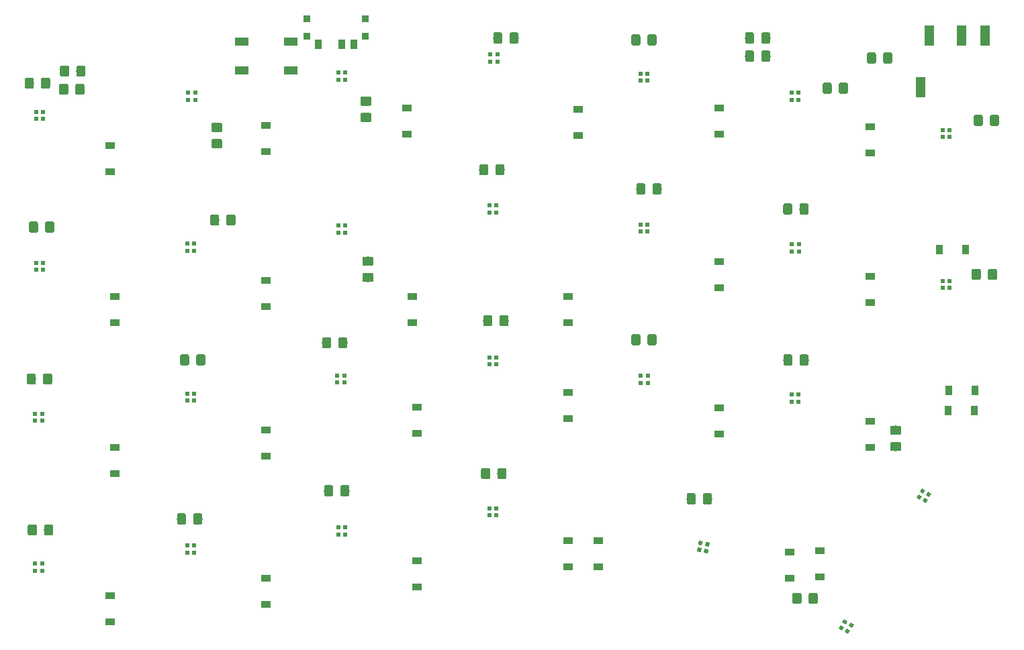
<source format=gbr>
G04 #@! TF.GenerationSoftware,KiCad,Pcbnew,(5.0.0)*
G04 #@! TF.CreationDate,2019-11-12T20:48:11-06:00*
G04 #@! TF.ProjectId,ErgoTravel,4572676F54726176656C2E6B69636164,rev?*
G04 #@! TF.SameCoordinates,Original*
G04 #@! TF.FileFunction,Paste,Bot*
G04 #@! TF.FilePolarity,Positive*
%FSLAX46Y46*%
G04 Gerber Fmt 4.6, Leading zero omitted, Abs format (unit mm)*
G04 Created by KiCad (PCBNEW (5.0.0)) date 11/12/19 20:48:11*
%MOMM*%
%LPD*%
G01*
G04 APERTURE LIST*
%ADD10R,1.800000X1.100000*%
%ADD11C,0.100000*%
%ADD12C,1.150000*%
%ADD13R,0.900000X0.900000*%
%ADD14R,0.900000X1.250000*%
%ADD15R,1.200000X0.900000*%
%ADD16R,0.900000X1.200000*%
%ADD17R,0.500000X0.500000*%
%ADD18C,0.500000*%
%ADD19R,1.200000X2.500000*%
G04 APERTURE END LIST*
D10*
G04 #@! TO.C,SW2*
X116130000Y-49966000D03*
X109930000Y-49966000D03*
X116130000Y-53666000D03*
X109930000Y-53666000D03*
G04 #@! TD*
D11*
G04 #@! TO.C,R3*
G36*
X176380505Y-48831204D02*
X176404773Y-48834804D01*
X176428572Y-48840765D01*
X176451671Y-48849030D01*
X176473850Y-48859520D01*
X176494893Y-48872132D01*
X176514599Y-48886747D01*
X176532777Y-48903223D01*
X176549253Y-48921401D01*
X176563868Y-48941107D01*
X176576480Y-48962150D01*
X176586970Y-48984329D01*
X176595235Y-49007428D01*
X176601196Y-49031227D01*
X176604796Y-49055495D01*
X176606000Y-49079999D01*
X176606000Y-49980001D01*
X176604796Y-50004505D01*
X176601196Y-50028773D01*
X176595235Y-50052572D01*
X176586970Y-50075671D01*
X176576480Y-50097850D01*
X176563868Y-50118893D01*
X176549253Y-50138599D01*
X176532777Y-50156777D01*
X176514599Y-50173253D01*
X176494893Y-50187868D01*
X176473850Y-50200480D01*
X176451671Y-50210970D01*
X176428572Y-50219235D01*
X176404773Y-50225196D01*
X176380505Y-50228796D01*
X176356001Y-50230000D01*
X175705999Y-50230000D01*
X175681495Y-50228796D01*
X175657227Y-50225196D01*
X175633428Y-50219235D01*
X175610329Y-50210970D01*
X175588150Y-50200480D01*
X175567107Y-50187868D01*
X175547401Y-50173253D01*
X175529223Y-50156777D01*
X175512747Y-50138599D01*
X175498132Y-50118893D01*
X175485520Y-50097850D01*
X175475030Y-50075671D01*
X175466765Y-50052572D01*
X175460804Y-50028773D01*
X175457204Y-50004505D01*
X175456000Y-49980001D01*
X175456000Y-49079999D01*
X175457204Y-49055495D01*
X175460804Y-49031227D01*
X175466765Y-49007428D01*
X175475030Y-48984329D01*
X175485520Y-48962150D01*
X175498132Y-48941107D01*
X175512747Y-48921401D01*
X175529223Y-48903223D01*
X175547401Y-48886747D01*
X175567107Y-48872132D01*
X175588150Y-48859520D01*
X175610329Y-48849030D01*
X175633428Y-48840765D01*
X175657227Y-48834804D01*
X175681495Y-48831204D01*
X175705999Y-48830000D01*
X176356001Y-48830000D01*
X176380505Y-48831204D01*
X176380505Y-48831204D01*
G37*
D12*
X176031000Y-49530000D03*
D11*
G36*
X174330505Y-48831204D02*
X174354773Y-48834804D01*
X174378572Y-48840765D01*
X174401671Y-48849030D01*
X174423850Y-48859520D01*
X174444893Y-48872132D01*
X174464599Y-48886747D01*
X174482777Y-48903223D01*
X174499253Y-48921401D01*
X174513868Y-48941107D01*
X174526480Y-48962150D01*
X174536970Y-48984329D01*
X174545235Y-49007428D01*
X174551196Y-49031227D01*
X174554796Y-49055495D01*
X174556000Y-49079999D01*
X174556000Y-49980001D01*
X174554796Y-50004505D01*
X174551196Y-50028773D01*
X174545235Y-50052572D01*
X174536970Y-50075671D01*
X174526480Y-50097850D01*
X174513868Y-50118893D01*
X174499253Y-50138599D01*
X174482777Y-50156777D01*
X174464599Y-50173253D01*
X174444893Y-50187868D01*
X174423850Y-50200480D01*
X174401671Y-50210970D01*
X174378572Y-50219235D01*
X174354773Y-50225196D01*
X174330505Y-50228796D01*
X174306001Y-50230000D01*
X173655999Y-50230000D01*
X173631495Y-50228796D01*
X173607227Y-50225196D01*
X173583428Y-50219235D01*
X173560329Y-50210970D01*
X173538150Y-50200480D01*
X173517107Y-50187868D01*
X173497401Y-50173253D01*
X173479223Y-50156777D01*
X173462747Y-50138599D01*
X173448132Y-50118893D01*
X173435520Y-50097850D01*
X173425030Y-50075671D01*
X173416765Y-50052572D01*
X173410804Y-50028773D01*
X173407204Y-50004505D01*
X173406000Y-49980001D01*
X173406000Y-49079999D01*
X173407204Y-49055495D01*
X173410804Y-49031227D01*
X173416765Y-49007428D01*
X173425030Y-48984329D01*
X173435520Y-48962150D01*
X173448132Y-48941107D01*
X173462747Y-48921401D01*
X173479223Y-48903223D01*
X173497401Y-48886747D01*
X173517107Y-48872132D01*
X173538150Y-48859520D01*
X173560329Y-48849030D01*
X173583428Y-48840765D01*
X173607227Y-48834804D01*
X173631495Y-48831204D01*
X173655999Y-48830000D01*
X174306001Y-48830000D01*
X174330505Y-48831204D01*
X174330505Y-48831204D01*
G37*
D12*
X173981000Y-49530000D03*
G04 #@! TD*
D11*
G04 #@! TO.C,R7*
G36*
X90011505Y-53022204D02*
X90035773Y-53025804D01*
X90059572Y-53031765D01*
X90082671Y-53040030D01*
X90104850Y-53050520D01*
X90125893Y-53063132D01*
X90145599Y-53077747D01*
X90163777Y-53094223D01*
X90180253Y-53112401D01*
X90194868Y-53132107D01*
X90207480Y-53153150D01*
X90217970Y-53175329D01*
X90226235Y-53198428D01*
X90232196Y-53222227D01*
X90235796Y-53246495D01*
X90237000Y-53270999D01*
X90237000Y-54171001D01*
X90235796Y-54195505D01*
X90232196Y-54219773D01*
X90226235Y-54243572D01*
X90217970Y-54266671D01*
X90207480Y-54288850D01*
X90194868Y-54309893D01*
X90180253Y-54329599D01*
X90163777Y-54347777D01*
X90145599Y-54364253D01*
X90125893Y-54378868D01*
X90104850Y-54391480D01*
X90082671Y-54401970D01*
X90059572Y-54410235D01*
X90035773Y-54416196D01*
X90011505Y-54419796D01*
X89987001Y-54421000D01*
X89336999Y-54421000D01*
X89312495Y-54419796D01*
X89288227Y-54416196D01*
X89264428Y-54410235D01*
X89241329Y-54401970D01*
X89219150Y-54391480D01*
X89198107Y-54378868D01*
X89178401Y-54364253D01*
X89160223Y-54347777D01*
X89143747Y-54329599D01*
X89129132Y-54309893D01*
X89116520Y-54288850D01*
X89106030Y-54266671D01*
X89097765Y-54243572D01*
X89091804Y-54219773D01*
X89088204Y-54195505D01*
X89087000Y-54171001D01*
X89087000Y-53270999D01*
X89088204Y-53246495D01*
X89091804Y-53222227D01*
X89097765Y-53198428D01*
X89106030Y-53175329D01*
X89116520Y-53153150D01*
X89129132Y-53132107D01*
X89143747Y-53112401D01*
X89160223Y-53094223D01*
X89178401Y-53077747D01*
X89198107Y-53063132D01*
X89219150Y-53050520D01*
X89241329Y-53040030D01*
X89264428Y-53031765D01*
X89288227Y-53025804D01*
X89312495Y-53022204D01*
X89336999Y-53021000D01*
X89987001Y-53021000D01*
X90011505Y-53022204D01*
X90011505Y-53022204D01*
G37*
D12*
X89662000Y-53721000D03*
D11*
G36*
X87961505Y-53022204D02*
X87985773Y-53025804D01*
X88009572Y-53031765D01*
X88032671Y-53040030D01*
X88054850Y-53050520D01*
X88075893Y-53063132D01*
X88095599Y-53077747D01*
X88113777Y-53094223D01*
X88130253Y-53112401D01*
X88144868Y-53132107D01*
X88157480Y-53153150D01*
X88167970Y-53175329D01*
X88176235Y-53198428D01*
X88182196Y-53222227D01*
X88185796Y-53246495D01*
X88187000Y-53270999D01*
X88187000Y-54171001D01*
X88185796Y-54195505D01*
X88182196Y-54219773D01*
X88176235Y-54243572D01*
X88167970Y-54266671D01*
X88157480Y-54288850D01*
X88144868Y-54309893D01*
X88130253Y-54329599D01*
X88113777Y-54347777D01*
X88095599Y-54364253D01*
X88075893Y-54378868D01*
X88054850Y-54391480D01*
X88032671Y-54401970D01*
X88009572Y-54410235D01*
X87985773Y-54416196D01*
X87961505Y-54419796D01*
X87937001Y-54421000D01*
X87286999Y-54421000D01*
X87262495Y-54419796D01*
X87238227Y-54416196D01*
X87214428Y-54410235D01*
X87191329Y-54401970D01*
X87169150Y-54391480D01*
X87148107Y-54378868D01*
X87128401Y-54364253D01*
X87110223Y-54347777D01*
X87093747Y-54329599D01*
X87079132Y-54309893D01*
X87066520Y-54288850D01*
X87056030Y-54266671D01*
X87047765Y-54243572D01*
X87041804Y-54219773D01*
X87038204Y-54195505D01*
X87037000Y-54171001D01*
X87037000Y-53270999D01*
X87038204Y-53246495D01*
X87041804Y-53222227D01*
X87047765Y-53198428D01*
X87056030Y-53175329D01*
X87066520Y-53153150D01*
X87079132Y-53132107D01*
X87093747Y-53112401D01*
X87110223Y-53094223D01*
X87128401Y-53077747D01*
X87148107Y-53063132D01*
X87169150Y-53050520D01*
X87191329Y-53040030D01*
X87214428Y-53031765D01*
X87238227Y-53025804D01*
X87262495Y-53022204D01*
X87286999Y-53021000D01*
X87937001Y-53021000D01*
X87961505Y-53022204D01*
X87961505Y-53022204D01*
G37*
D12*
X87612000Y-53721000D03*
G04 #@! TD*
D13*
G04 #@! TO.C,SW4*
X125529000Y-47117000D03*
X125529000Y-49317000D03*
X118129000Y-49317000D03*
X118129000Y-47117000D03*
D14*
X119579000Y-50292000D03*
X124079000Y-50292000D03*
X122579000Y-50292000D03*
G04 #@! TD*
D11*
G04 #@! TO.C,R1*
G36*
X174330505Y-51117204D02*
X174354773Y-51120804D01*
X174378572Y-51126765D01*
X174401671Y-51135030D01*
X174423850Y-51145520D01*
X174444893Y-51158132D01*
X174464599Y-51172747D01*
X174482777Y-51189223D01*
X174499253Y-51207401D01*
X174513868Y-51227107D01*
X174526480Y-51248150D01*
X174536970Y-51270329D01*
X174545235Y-51293428D01*
X174551196Y-51317227D01*
X174554796Y-51341495D01*
X174556000Y-51365999D01*
X174556000Y-52266001D01*
X174554796Y-52290505D01*
X174551196Y-52314773D01*
X174545235Y-52338572D01*
X174536970Y-52361671D01*
X174526480Y-52383850D01*
X174513868Y-52404893D01*
X174499253Y-52424599D01*
X174482777Y-52442777D01*
X174464599Y-52459253D01*
X174444893Y-52473868D01*
X174423850Y-52486480D01*
X174401671Y-52496970D01*
X174378572Y-52505235D01*
X174354773Y-52511196D01*
X174330505Y-52514796D01*
X174306001Y-52516000D01*
X173655999Y-52516000D01*
X173631495Y-52514796D01*
X173607227Y-52511196D01*
X173583428Y-52505235D01*
X173560329Y-52496970D01*
X173538150Y-52486480D01*
X173517107Y-52473868D01*
X173497401Y-52459253D01*
X173479223Y-52442777D01*
X173462747Y-52424599D01*
X173448132Y-52404893D01*
X173435520Y-52383850D01*
X173425030Y-52361671D01*
X173416765Y-52338572D01*
X173410804Y-52314773D01*
X173407204Y-52290505D01*
X173406000Y-52266001D01*
X173406000Y-51365999D01*
X173407204Y-51341495D01*
X173410804Y-51317227D01*
X173416765Y-51293428D01*
X173425030Y-51270329D01*
X173435520Y-51248150D01*
X173448132Y-51227107D01*
X173462747Y-51207401D01*
X173479223Y-51189223D01*
X173497401Y-51172747D01*
X173517107Y-51158132D01*
X173538150Y-51145520D01*
X173560329Y-51135030D01*
X173583428Y-51126765D01*
X173607227Y-51120804D01*
X173631495Y-51117204D01*
X173655999Y-51116000D01*
X174306001Y-51116000D01*
X174330505Y-51117204D01*
X174330505Y-51117204D01*
G37*
D12*
X173981000Y-51816000D03*
D11*
G36*
X176380505Y-51117204D02*
X176404773Y-51120804D01*
X176428572Y-51126765D01*
X176451671Y-51135030D01*
X176473850Y-51145520D01*
X176494893Y-51158132D01*
X176514599Y-51172747D01*
X176532777Y-51189223D01*
X176549253Y-51207401D01*
X176563868Y-51227107D01*
X176576480Y-51248150D01*
X176586970Y-51270329D01*
X176595235Y-51293428D01*
X176601196Y-51317227D01*
X176604796Y-51341495D01*
X176606000Y-51365999D01*
X176606000Y-52266001D01*
X176604796Y-52290505D01*
X176601196Y-52314773D01*
X176595235Y-52338572D01*
X176586970Y-52361671D01*
X176576480Y-52383850D01*
X176563868Y-52404893D01*
X176549253Y-52424599D01*
X176532777Y-52442777D01*
X176514599Y-52459253D01*
X176494893Y-52473868D01*
X176473850Y-52486480D01*
X176451671Y-52496970D01*
X176428572Y-52505235D01*
X176404773Y-52511196D01*
X176380505Y-52514796D01*
X176356001Y-52516000D01*
X175705999Y-52516000D01*
X175681495Y-52514796D01*
X175657227Y-52511196D01*
X175633428Y-52505235D01*
X175610329Y-52496970D01*
X175588150Y-52486480D01*
X175567107Y-52473868D01*
X175547401Y-52459253D01*
X175529223Y-52442777D01*
X175512747Y-52424599D01*
X175498132Y-52404893D01*
X175485520Y-52383850D01*
X175475030Y-52361671D01*
X175466765Y-52338572D01*
X175460804Y-52314773D01*
X175457204Y-52290505D01*
X175456000Y-52266001D01*
X175456000Y-51365999D01*
X175457204Y-51341495D01*
X175460804Y-51317227D01*
X175466765Y-51293428D01*
X175475030Y-51270329D01*
X175485520Y-51248150D01*
X175498132Y-51227107D01*
X175512747Y-51207401D01*
X175529223Y-51189223D01*
X175547401Y-51172747D01*
X175567107Y-51158132D01*
X175588150Y-51145520D01*
X175610329Y-51135030D01*
X175633428Y-51126765D01*
X175657227Y-51120804D01*
X175681495Y-51117204D01*
X175705999Y-51116000D01*
X176356001Y-51116000D01*
X176380505Y-51117204D01*
X176380505Y-51117204D01*
G37*
D12*
X176031000Y-51816000D03*
G04 #@! TD*
D11*
G04 #@! TO.C,R5*
G36*
X189697505Y-51371204D02*
X189721773Y-51374804D01*
X189745572Y-51380765D01*
X189768671Y-51389030D01*
X189790850Y-51399520D01*
X189811893Y-51412132D01*
X189831599Y-51426747D01*
X189849777Y-51443223D01*
X189866253Y-51461401D01*
X189880868Y-51481107D01*
X189893480Y-51502150D01*
X189903970Y-51524329D01*
X189912235Y-51547428D01*
X189918196Y-51571227D01*
X189921796Y-51595495D01*
X189923000Y-51619999D01*
X189923000Y-52520001D01*
X189921796Y-52544505D01*
X189918196Y-52568773D01*
X189912235Y-52592572D01*
X189903970Y-52615671D01*
X189893480Y-52637850D01*
X189880868Y-52658893D01*
X189866253Y-52678599D01*
X189849777Y-52696777D01*
X189831599Y-52713253D01*
X189811893Y-52727868D01*
X189790850Y-52740480D01*
X189768671Y-52750970D01*
X189745572Y-52759235D01*
X189721773Y-52765196D01*
X189697505Y-52768796D01*
X189673001Y-52770000D01*
X189022999Y-52770000D01*
X188998495Y-52768796D01*
X188974227Y-52765196D01*
X188950428Y-52759235D01*
X188927329Y-52750970D01*
X188905150Y-52740480D01*
X188884107Y-52727868D01*
X188864401Y-52713253D01*
X188846223Y-52696777D01*
X188829747Y-52678599D01*
X188815132Y-52658893D01*
X188802520Y-52637850D01*
X188792030Y-52615671D01*
X188783765Y-52592572D01*
X188777804Y-52568773D01*
X188774204Y-52544505D01*
X188773000Y-52520001D01*
X188773000Y-51619999D01*
X188774204Y-51595495D01*
X188777804Y-51571227D01*
X188783765Y-51547428D01*
X188792030Y-51524329D01*
X188802520Y-51502150D01*
X188815132Y-51481107D01*
X188829747Y-51461401D01*
X188846223Y-51443223D01*
X188864401Y-51426747D01*
X188884107Y-51412132D01*
X188905150Y-51399520D01*
X188927329Y-51389030D01*
X188950428Y-51380765D01*
X188974227Y-51374804D01*
X188998495Y-51371204D01*
X189022999Y-51370000D01*
X189673001Y-51370000D01*
X189697505Y-51371204D01*
X189697505Y-51371204D01*
G37*
D12*
X189348000Y-52070000D03*
D11*
G36*
X191747505Y-51371204D02*
X191771773Y-51374804D01*
X191795572Y-51380765D01*
X191818671Y-51389030D01*
X191840850Y-51399520D01*
X191861893Y-51412132D01*
X191881599Y-51426747D01*
X191899777Y-51443223D01*
X191916253Y-51461401D01*
X191930868Y-51481107D01*
X191943480Y-51502150D01*
X191953970Y-51524329D01*
X191962235Y-51547428D01*
X191968196Y-51571227D01*
X191971796Y-51595495D01*
X191973000Y-51619999D01*
X191973000Y-52520001D01*
X191971796Y-52544505D01*
X191968196Y-52568773D01*
X191962235Y-52592572D01*
X191953970Y-52615671D01*
X191943480Y-52637850D01*
X191930868Y-52658893D01*
X191916253Y-52678599D01*
X191899777Y-52696777D01*
X191881599Y-52713253D01*
X191861893Y-52727868D01*
X191840850Y-52740480D01*
X191818671Y-52750970D01*
X191795572Y-52759235D01*
X191771773Y-52765196D01*
X191747505Y-52768796D01*
X191723001Y-52770000D01*
X191072999Y-52770000D01*
X191048495Y-52768796D01*
X191024227Y-52765196D01*
X191000428Y-52759235D01*
X190977329Y-52750970D01*
X190955150Y-52740480D01*
X190934107Y-52727868D01*
X190914401Y-52713253D01*
X190896223Y-52696777D01*
X190879747Y-52678599D01*
X190865132Y-52658893D01*
X190852520Y-52637850D01*
X190842030Y-52615671D01*
X190833765Y-52592572D01*
X190827804Y-52568773D01*
X190824204Y-52544505D01*
X190823000Y-52520001D01*
X190823000Y-51619999D01*
X190824204Y-51595495D01*
X190827804Y-51571227D01*
X190833765Y-51547428D01*
X190842030Y-51524329D01*
X190852520Y-51502150D01*
X190865132Y-51481107D01*
X190879747Y-51461401D01*
X190896223Y-51443223D01*
X190914401Y-51426747D01*
X190934107Y-51412132D01*
X190955150Y-51399520D01*
X190977329Y-51389030D01*
X191000428Y-51380765D01*
X191024227Y-51374804D01*
X191048495Y-51371204D01*
X191072999Y-51370000D01*
X191723001Y-51370000D01*
X191747505Y-51371204D01*
X191747505Y-51371204D01*
G37*
D12*
X191398000Y-52070000D03*
G04 #@! TD*
D11*
G04 #@! TO.C,C1*
G36*
X180299910Y-119570202D02*
X180324135Y-119573795D01*
X180347891Y-119579746D01*
X180370949Y-119587996D01*
X180393087Y-119598467D01*
X180414093Y-119611057D01*
X180433763Y-119625645D01*
X180451908Y-119642092D01*
X180468355Y-119660237D01*
X180482943Y-119679907D01*
X180495533Y-119700913D01*
X180506004Y-119723051D01*
X180514254Y-119746109D01*
X180520205Y-119769865D01*
X180523798Y-119794090D01*
X180525000Y-119818550D01*
X180525000Y-120719450D01*
X180523798Y-120743910D01*
X180520205Y-120768135D01*
X180514254Y-120791891D01*
X180506004Y-120814949D01*
X180495533Y-120837087D01*
X180482943Y-120858093D01*
X180468355Y-120877763D01*
X180451908Y-120895908D01*
X180433763Y-120912355D01*
X180414093Y-120926943D01*
X180393087Y-120939533D01*
X180370949Y-120950004D01*
X180347891Y-120958254D01*
X180324135Y-120964205D01*
X180299910Y-120967798D01*
X180275450Y-120969000D01*
X179624550Y-120969000D01*
X179600090Y-120967798D01*
X179575865Y-120964205D01*
X179552109Y-120958254D01*
X179529051Y-120950004D01*
X179506913Y-120939533D01*
X179485907Y-120926943D01*
X179466237Y-120912355D01*
X179448092Y-120895908D01*
X179431645Y-120877763D01*
X179417057Y-120858093D01*
X179404467Y-120837087D01*
X179393996Y-120814949D01*
X179385746Y-120791891D01*
X179379795Y-120768135D01*
X179376202Y-120743910D01*
X179375000Y-120719450D01*
X179375000Y-119818550D01*
X179376202Y-119794090D01*
X179379795Y-119769865D01*
X179385746Y-119746109D01*
X179393996Y-119723051D01*
X179404467Y-119700913D01*
X179417057Y-119679907D01*
X179431645Y-119660237D01*
X179448092Y-119642092D01*
X179466237Y-119625645D01*
X179485907Y-119611057D01*
X179506913Y-119598467D01*
X179529051Y-119587996D01*
X179552109Y-119579746D01*
X179575865Y-119573795D01*
X179600090Y-119570202D01*
X179624550Y-119569000D01*
X180275450Y-119569000D01*
X180299910Y-119570202D01*
X180299910Y-119570202D01*
G37*
D12*
X179950000Y-120269000D03*
D11*
G36*
X182349910Y-119570202D02*
X182374135Y-119573795D01*
X182397891Y-119579746D01*
X182420949Y-119587996D01*
X182443087Y-119598467D01*
X182464093Y-119611057D01*
X182483763Y-119625645D01*
X182501908Y-119642092D01*
X182518355Y-119660237D01*
X182532943Y-119679907D01*
X182545533Y-119700913D01*
X182556004Y-119723051D01*
X182564254Y-119746109D01*
X182570205Y-119769865D01*
X182573798Y-119794090D01*
X182575000Y-119818550D01*
X182575000Y-120719450D01*
X182573798Y-120743910D01*
X182570205Y-120768135D01*
X182564254Y-120791891D01*
X182556004Y-120814949D01*
X182545533Y-120837087D01*
X182532943Y-120858093D01*
X182518355Y-120877763D01*
X182501908Y-120895908D01*
X182483763Y-120912355D01*
X182464093Y-120926943D01*
X182443087Y-120939533D01*
X182420949Y-120950004D01*
X182397891Y-120958254D01*
X182374135Y-120964205D01*
X182349910Y-120967798D01*
X182325450Y-120969000D01*
X181674550Y-120969000D01*
X181650090Y-120967798D01*
X181625865Y-120964205D01*
X181602109Y-120958254D01*
X181579051Y-120950004D01*
X181556913Y-120939533D01*
X181535907Y-120926943D01*
X181516237Y-120912355D01*
X181498092Y-120895908D01*
X181481645Y-120877763D01*
X181467057Y-120858093D01*
X181454467Y-120837087D01*
X181443996Y-120814949D01*
X181435746Y-120791891D01*
X181429795Y-120768135D01*
X181426202Y-120743910D01*
X181425000Y-120719450D01*
X181425000Y-119818550D01*
X181426202Y-119794090D01*
X181429795Y-119769865D01*
X181435746Y-119746109D01*
X181443996Y-119723051D01*
X181454467Y-119700913D01*
X181467057Y-119679907D01*
X181481645Y-119660237D01*
X181498092Y-119642092D01*
X181516237Y-119625645D01*
X181535907Y-119611057D01*
X181556913Y-119598467D01*
X181579051Y-119587996D01*
X181602109Y-119579746D01*
X181625865Y-119573795D01*
X181650090Y-119570202D01*
X181674550Y-119569000D01*
X182325450Y-119569000D01*
X182349910Y-119570202D01*
X182349910Y-119570202D01*
G37*
D12*
X182000000Y-120269000D03*
G04 #@! TD*
D11*
G04 #@! TO.C,C2*
G36*
X186159910Y-55181202D02*
X186184135Y-55184795D01*
X186207891Y-55190746D01*
X186230949Y-55198996D01*
X186253087Y-55209467D01*
X186274093Y-55222057D01*
X186293763Y-55236645D01*
X186311908Y-55253092D01*
X186328355Y-55271237D01*
X186342943Y-55290907D01*
X186355533Y-55311913D01*
X186366004Y-55334051D01*
X186374254Y-55357109D01*
X186380205Y-55380865D01*
X186383798Y-55405090D01*
X186385000Y-55429550D01*
X186385000Y-56330450D01*
X186383798Y-56354910D01*
X186380205Y-56379135D01*
X186374254Y-56402891D01*
X186366004Y-56425949D01*
X186355533Y-56448087D01*
X186342943Y-56469093D01*
X186328355Y-56488763D01*
X186311908Y-56506908D01*
X186293763Y-56523355D01*
X186274093Y-56537943D01*
X186253087Y-56550533D01*
X186230949Y-56561004D01*
X186207891Y-56569254D01*
X186184135Y-56575205D01*
X186159910Y-56578798D01*
X186135450Y-56580000D01*
X185484550Y-56580000D01*
X185460090Y-56578798D01*
X185435865Y-56575205D01*
X185412109Y-56569254D01*
X185389051Y-56561004D01*
X185366913Y-56550533D01*
X185345907Y-56537943D01*
X185326237Y-56523355D01*
X185308092Y-56506908D01*
X185291645Y-56488763D01*
X185277057Y-56469093D01*
X185264467Y-56448087D01*
X185253996Y-56425949D01*
X185245746Y-56402891D01*
X185239795Y-56379135D01*
X185236202Y-56354910D01*
X185235000Y-56330450D01*
X185235000Y-55429550D01*
X185236202Y-55405090D01*
X185239795Y-55380865D01*
X185245746Y-55357109D01*
X185253996Y-55334051D01*
X185264467Y-55311913D01*
X185277057Y-55290907D01*
X185291645Y-55271237D01*
X185308092Y-55253092D01*
X185326237Y-55236645D01*
X185345907Y-55222057D01*
X185366913Y-55209467D01*
X185389051Y-55198996D01*
X185412109Y-55190746D01*
X185435865Y-55184795D01*
X185460090Y-55181202D01*
X185484550Y-55180000D01*
X186135450Y-55180000D01*
X186159910Y-55181202D01*
X186159910Y-55181202D01*
G37*
D12*
X185810000Y-55880000D03*
D11*
G36*
X184109910Y-55181202D02*
X184134135Y-55184795D01*
X184157891Y-55190746D01*
X184180949Y-55198996D01*
X184203087Y-55209467D01*
X184224093Y-55222057D01*
X184243763Y-55236645D01*
X184261908Y-55253092D01*
X184278355Y-55271237D01*
X184292943Y-55290907D01*
X184305533Y-55311913D01*
X184316004Y-55334051D01*
X184324254Y-55357109D01*
X184330205Y-55380865D01*
X184333798Y-55405090D01*
X184335000Y-55429550D01*
X184335000Y-56330450D01*
X184333798Y-56354910D01*
X184330205Y-56379135D01*
X184324254Y-56402891D01*
X184316004Y-56425949D01*
X184305533Y-56448087D01*
X184292943Y-56469093D01*
X184278355Y-56488763D01*
X184261908Y-56506908D01*
X184243763Y-56523355D01*
X184224093Y-56537943D01*
X184203087Y-56550533D01*
X184180949Y-56561004D01*
X184157891Y-56569254D01*
X184134135Y-56575205D01*
X184109910Y-56578798D01*
X184085450Y-56580000D01*
X183434550Y-56580000D01*
X183410090Y-56578798D01*
X183385865Y-56575205D01*
X183362109Y-56569254D01*
X183339051Y-56561004D01*
X183316913Y-56550533D01*
X183295907Y-56537943D01*
X183276237Y-56523355D01*
X183258092Y-56506908D01*
X183241645Y-56488763D01*
X183227057Y-56469093D01*
X183214467Y-56448087D01*
X183203996Y-56425949D01*
X183195746Y-56402891D01*
X183189795Y-56379135D01*
X183186202Y-56354910D01*
X183185000Y-56330450D01*
X183185000Y-55429550D01*
X183186202Y-55405090D01*
X183189795Y-55380865D01*
X183195746Y-55357109D01*
X183203996Y-55334051D01*
X183214467Y-55311913D01*
X183227057Y-55290907D01*
X183241645Y-55271237D01*
X183258092Y-55253092D01*
X183276237Y-55236645D01*
X183295907Y-55222057D01*
X183316913Y-55209467D01*
X183339051Y-55198996D01*
X183362109Y-55190746D01*
X183385865Y-55184795D01*
X183410090Y-55181202D01*
X183434550Y-55180000D01*
X184085450Y-55180000D01*
X184109910Y-55181202D01*
X184109910Y-55181202D01*
G37*
D12*
X183760000Y-55880000D03*
G04 #@! TD*
D11*
G04 #@! TO.C,C3*
G36*
X126077910Y-58998202D02*
X126102135Y-59001795D01*
X126125891Y-59007746D01*
X126148949Y-59015996D01*
X126171087Y-59026467D01*
X126192093Y-59039057D01*
X126211763Y-59053645D01*
X126229908Y-59070092D01*
X126246355Y-59088237D01*
X126260943Y-59107907D01*
X126273533Y-59128913D01*
X126284004Y-59151051D01*
X126292254Y-59174109D01*
X126298205Y-59197865D01*
X126301798Y-59222090D01*
X126303000Y-59246550D01*
X126303000Y-59897450D01*
X126301798Y-59921910D01*
X126298205Y-59946135D01*
X126292254Y-59969891D01*
X126284004Y-59992949D01*
X126273533Y-60015087D01*
X126260943Y-60036093D01*
X126246355Y-60055763D01*
X126229908Y-60073908D01*
X126211763Y-60090355D01*
X126192093Y-60104943D01*
X126171087Y-60117533D01*
X126148949Y-60128004D01*
X126125891Y-60136254D01*
X126102135Y-60142205D01*
X126077910Y-60145798D01*
X126053450Y-60147000D01*
X125152550Y-60147000D01*
X125128090Y-60145798D01*
X125103865Y-60142205D01*
X125080109Y-60136254D01*
X125057051Y-60128004D01*
X125034913Y-60117533D01*
X125013907Y-60104943D01*
X124994237Y-60090355D01*
X124976092Y-60073908D01*
X124959645Y-60055763D01*
X124945057Y-60036093D01*
X124932467Y-60015087D01*
X124921996Y-59992949D01*
X124913746Y-59969891D01*
X124907795Y-59946135D01*
X124904202Y-59921910D01*
X124903000Y-59897450D01*
X124903000Y-59246550D01*
X124904202Y-59222090D01*
X124907795Y-59197865D01*
X124913746Y-59174109D01*
X124921996Y-59151051D01*
X124932467Y-59128913D01*
X124945057Y-59107907D01*
X124959645Y-59088237D01*
X124976092Y-59070092D01*
X124994237Y-59053645D01*
X125013907Y-59039057D01*
X125034913Y-59026467D01*
X125057051Y-59015996D01*
X125080109Y-59007746D01*
X125103865Y-59001795D01*
X125128090Y-58998202D01*
X125152550Y-58997000D01*
X126053450Y-58997000D01*
X126077910Y-58998202D01*
X126077910Y-58998202D01*
G37*
D12*
X125603000Y-59572000D03*
D11*
G36*
X126077910Y-56948202D02*
X126102135Y-56951795D01*
X126125891Y-56957746D01*
X126148949Y-56965996D01*
X126171087Y-56976467D01*
X126192093Y-56989057D01*
X126211763Y-57003645D01*
X126229908Y-57020092D01*
X126246355Y-57038237D01*
X126260943Y-57057907D01*
X126273533Y-57078913D01*
X126284004Y-57101051D01*
X126292254Y-57124109D01*
X126298205Y-57147865D01*
X126301798Y-57172090D01*
X126303000Y-57196550D01*
X126303000Y-57847450D01*
X126301798Y-57871910D01*
X126298205Y-57896135D01*
X126292254Y-57919891D01*
X126284004Y-57942949D01*
X126273533Y-57965087D01*
X126260943Y-57986093D01*
X126246355Y-58005763D01*
X126229908Y-58023908D01*
X126211763Y-58040355D01*
X126192093Y-58054943D01*
X126171087Y-58067533D01*
X126148949Y-58078004D01*
X126125891Y-58086254D01*
X126102135Y-58092205D01*
X126077910Y-58095798D01*
X126053450Y-58097000D01*
X125152550Y-58097000D01*
X125128090Y-58095798D01*
X125103865Y-58092205D01*
X125080109Y-58086254D01*
X125057051Y-58078004D01*
X125034913Y-58067533D01*
X125013907Y-58054943D01*
X124994237Y-58040355D01*
X124976092Y-58023908D01*
X124959645Y-58005763D01*
X124945057Y-57986093D01*
X124932467Y-57965087D01*
X124921996Y-57942949D01*
X124913746Y-57919891D01*
X124907795Y-57896135D01*
X124904202Y-57871910D01*
X124903000Y-57847450D01*
X124903000Y-57196550D01*
X124904202Y-57172090D01*
X124907795Y-57147865D01*
X124913746Y-57124109D01*
X124921996Y-57101051D01*
X124932467Y-57078913D01*
X124945057Y-57057907D01*
X124959645Y-57038237D01*
X124976092Y-57020092D01*
X124994237Y-57003645D01*
X125013907Y-56989057D01*
X125034913Y-56976467D01*
X125057051Y-56965996D01*
X125080109Y-56957746D01*
X125103865Y-56951795D01*
X125128090Y-56948202D01*
X125152550Y-56947000D01*
X126053450Y-56947000D01*
X126077910Y-56948202D01*
X126077910Y-56948202D01*
G37*
D12*
X125603000Y-57522000D03*
G04 #@! TD*
D11*
G04 #@! TO.C,C4*
G36*
X179156910Y-89471202D02*
X179181135Y-89474795D01*
X179204891Y-89480746D01*
X179227949Y-89488996D01*
X179250087Y-89499467D01*
X179271093Y-89512057D01*
X179290763Y-89526645D01*
X179308908Y-89543092D01*
X179325355Y-89561237D01*
X179339943Y-89580907D01*
X179352533Y-89601913D01*
X179363004Y-89624051D01*
X179371254Y-89647109D01*
X179377205Y-89670865D01*
X179380798Y-89695090D01*
X179382000Y-89719550D01*
X179382000Y-90620450D01*
X179380798Y-90644910D01*
X179377205Y-90669135D01*
X179371254Y-90692891D01*
X179363004Y-90715949D01*
X179352533Y-90738087D01*
X179339943Y-90759093D01*
X179325355Y-90778763D01*
X179308908Y-90796908D01*
X179290763Y-90813355D01*
X179271093Y-90827943D01*
X179250087Y-90840533D01*
X179227949Y-90851004D01*
X179204891Y-90859254D01*
X179181135Y-90865205D01*
X179156910Y-90868798D01*
X179132450Y-90870000D01*
X178481550Y-90870000D01*
X178457090Y-90868798D01*
X178432865Y-90865205D01*
X178409109Y-90859254D01*
X178386051Y-90851004D01*
X178363913Y-90840533D01*
X178342907Y-90827943D01*
X178323237Y-90813355D01*
X178305092Y-90796908D01*
X178288645Y-90778763D01*
X178274057Y-90759093D01*
X178261467Y-90738087D01*
X178250996Y-90715949D01*
X178242746Y-90692891D01*
X178236795Y-90669135D01*
X178233202Y-90644910D01*
X178232000Y-90620450D01*
X178232000Y-89719550D01*
X178233202Y-89695090D01*
X178236795Y-89670865D01*
X178242746Y-89647109D01*
X178250996Y-89624051D01*
X178261467Y-89601913D01*
X178274057Y-89580907D01*
X178288645Y-89561237D01*
X178305092Y-89543092D01*
X178323237Y-89526645D01*
X178342907Y-89512057D01*
X178363913Y-89499467D01*
X178386051Y-89488996D01*
X178409109Y-89480746D01*
X178432865Y-89474795D01*
X178457090Y-89471202D01*
X178481550Y-89470000D01*
X179132450Y-89470000D01*
X179156910Y-89471202D01*
X179156910Y-89471202D01*
G37*
D12*
X178807000Y-90170000D03*
D11*
G36*
X181206910Y-89471202D02*
X181231135Y-89474795D01*
X181254891Y-89480746D01*
X181277949Y-89488996D01*
X181300087Y-89499467D01*
X181321093Y-89512057D01*
X181340763Y-89526645D01*
X181358908Y-89543092D01*
X181375355Y-89561237D01*
X181389943Y-89580907D01*
X181402533Y-89601913D01*
X181413004Y-89624051D01*
X181421254Y-89647109D01*
X181427205Y-89670865D01*
X181430798Y-89695090D01*
X181432000Y-89719550D01*
X181432000Y-90620450D01*
X181430798Y-90644910D01*
X181427205Y-90669135D01*
X181421254Y-90692891D01*
X181413004Y-90715949D01*
X181402533Y-90738087D01*
X181389943Y-90759093D01*
X181375355Y-90778763D01*
X181358908Y-90796908D01*
X181340763Y-90813355D01*
X181321093Y-90827943D01*
X181300087Y-90840533D01*
X181277949Y-90851004D01*
X181254891Y-90859254D01*
X181231135Y-90865205D01*
X181206910Y-90868798D01*
X181182450Y-90870000D01*
X180531550Y-90870000D01*
X180507090Y-90868798D01*
X180482865Y-90865205D01*
X180459109Y-90859254D01*
X180436051Y-90851004D01*
X180413913Y-90840533D01*
X180392907Y-90827943D01*
X180373237Y-90813355D01*
X180355092Y-90796908D01*
X180338645Y-90778763D01*
X180324057Y-90759093D01*
X180311467Y-90738087D01*
X180300996Y-90715949D01*
X180292746Y-90692891D01*
X180286795Y-90669135D01*
X180283202Y-90644910D01*
X180282000Y-90620450D01*
X180282000Y-89719550D01*
X180283202Y-89695090D01*
X180286795Y-89670865D01*
X180292746Y-89647109D01*
X180300996Y-89624051D01*
X180311467Y-89601913D01*
X180324057Y-89580907D01*
X180338645Y-89561237D01*
X180355092Y-89543092D01*
X180373237Y-89526645D01*
X180392907Y-89512057D01*
X180413913Y-89499467D01*
X180436051Y-89488996D01*
X180459109Y-89480746D01*
X180482865Y-89474795D01*
X180507090Y-89471202D01*
X180531550Y-89470000D01*
X181182450Y-89470000D01*
X181206910Y-89471202D01*
X181206910Y-89471202D01*
G37*
D12*
X180857000Y-90170000D03*
G04 #@! TD*
D11*
G04 #@! TO.C,C5*
G36*
X179147910Y-70421202D02*
X179172135Y-70424795D01*
X179195891Y-70430746D01*
X179218949Y-70438996D01*
X179241087Y-70449467D01*
X179262093Y-70462057D01*
X179281763Y-70476645D01*
X179299908Y-70493092D01*
X179316355Y-70511237D01*
X179330943Y-70530907D01*
X179343533Y-70551913D01*
X179354004Y-70574051D01*
X179362254Y-70597109D01*
X179368205Y-70620865D01*
X179371798Y-70645090D01*
X179373000Y-70669550D01*
X179373000Y-71570450D01*
X179371798Y-71594910D01*
X179368205Y-71619135D01*
X179362254Y-71642891D01*
X179354004Y-71665949D01*
X179343533Y-71688087D01*
X179330943Y-71709093D01*
X179316355Y-71728763D01*
X179299908Y-71746908D01*
X179281763Y-71763355D01*
X179262093Y-71777943D01*
X179241087Y-71790533D01*
X179218949Y-71801004D01*
X179195891Y-71809254D01*
X179172135Y-71815205D01*
X179147910Y-71818798D01*
X179123450Y-71820000D01*
X178472550Y-71820000D01*
X178448090Y-71818798D01*
X178423865Y-71815205D01*
X178400109Y-71809254D01*
X178377051Y-71801004D01*
X178354913Y-71790533D01*
X178333907Y-71777943D01*
X178314237Y-71763355D01*
X178296092Y-71746908D01*
X178279645Y-71728763D01*
X178265057Y-71709093D01*
X178252467Y-71688087D01*
X178241996Y-71665949D01*
X178233746Y-71642891D01*
X178227795Y-71619135D01*
X178224202Y-71594910D01*
X178223000Y-71570450D01*
X178223000Y-70669550D01*
X178224202Y-70645090D01*
X178227795Y-70620865D01*
X178233746Y-70597109D01*
X178241996Y-70574051D01*
X178252467Y-70551913D01*
X178265057Y-70530907D01*
X178279645Y-70511237D01*
X178296092Y-70493092D01*
X178314237Y-70476645D01*
X178333907Y-70462057D01*
X178354913Y-70449467D01*
X178377051Y-70438996D01*
X178400109Y-70430746D01*
X178423865Y-70424795D01*
X178448090Y-70421202D01*
X178472550Y-70420000D01*
X179123450Y-70420000D01*
X179147910Y-70421202D01*
X179147910Y-70421202D01*
G37*
D12*
X178798000Y-71120000D03*
D11*
G36*
X181197910Y-70421202D02*
X181222135Y-70424795D01*
X181245891Y-70430746D01*
X181268949Y-70438996D01*
X181291087Y-70449467D01*
X181312093Y-70462057D01*
X181331763Y-70476645D01*
X181349908Y-70493092D01*
X181366355Y-70511237D01*
X181380943Y-70530907D01*
X181393533Y-70551913D01*
X181404004Y-70574051D01*
X181412254Y-70597109D01*
X181418205Y-70620865D01*
X181421798Y-70645090D01*
X181423000Y-70669550D01*
X181423000Y-71570450D01*
X181421798Y-71594910D01*
X181418205Y-71619135D01*
X181412254Y-71642891D01*
X181404004Y-71665949D01*
X181393533Y-71688087D01*
X181380943Y-71709093D01*
X181366355Y-71728763D01*
X181349908Y-71746908D01*
X181331763Y-71763355D01*
X181312093Y-71777943D01*
X181291087Y-71790533D01*
X181268949Y-71801004D01*
X181245891Y-71809254D01*
X181222135Y-71815205D01*
X181197910Y-71818798D01*
X181173450Y-71820000D01*
X180522550Y-71820000D01*
X180498090Y-71818798D01*
X180473865Y-71815205D01*
X180450109Y-71809254D01*
X180427051Y-71801004D01*
X180404913Y-71790533D01*
X180383907Y-71777943D01*
X180364237Y-71763355D01*
X180346092Y-71746908D01*
X180329645Y-71728763D01*
X180315057Y-71709093D01*
X180302467Y-71688087D01*
X180291996Y-71665949D01*
X180283746Y-71642891D01*
X180277795Y-71619135D01*
X180274202Y-71594910D01*
X180273000Y-71570450D01*
X180273000Y-70669550D01*
X180274202Y-70645090D01*
X180277795Y-70620865D01*
X180283746Y-70597109D01*
X180291996Y-70574051D01*
X180302467Y-70551913D01*
X180315057Y-70530907D01*
X180329645Y-70511237D01*
X180346092Y-70493092D01*
X180364237Y-70476645D01*
X180383907Y-70462057D01*
X180404913Y-70449467D01*
X180427051Y-70438996D01*
X180450109Y-70430746D01*
X180473865Y-70424795D01*
X180498090Y-70421202D01*
X180522550Y-70420000D01*
X181173450Y-70420000D01*
X181197910Y-70421202D01*
X181197910Y-70421202D01*
G37*
D12*
X180848000Y-71120000D03*
G04 #@! TD*
D11*
G04 #@! TO.C,C6*
G36*
X126331910Y-79191202D02*
X126356135Y-79194795D01*
X126379891Y-79200746D01*
X126402949Y-79208996D01*
X126425087Y-79219467D01*
X126446093Y-79232057D01*
X126465763Y-79246645D01*
X126483908Y-79263092D01*
X126500355Y-79281237D01*
X126514943Y-79300907D01*
X126527533Y-79321913D01*
X126538004Y-79344051D01*
X126546254Y-79367109D01*
X126552205Y-79390865D01*
X126555798Y-79415090D01*
X126557000Y-79439550D01*
X126557000Y-80090450D01*
X126555798Y-80114910D01*
X126552205Y-80139135D01*
X126546254Y-80162891D01*
X126538004Y-80185949D01*
X126527533Y-80208087D01*
X126514943Y-80229093D01*
X126500355Y-80248763D01*
X126483908Y-80266908D01*
X126465763Y-80283355D01*
X126446093Y-80297943D01*
X126425087Y-80310533D01*
X126402949Y-80321004D01*
X126379891Y-80329254D01*
X126356135Y-80335205D01*
X126331910Y-80338798D01*
X126307450Y-80340000D01*
X125406550Y-80340000D01*
X125382090Y-80338798D01*
X125357865Y-80335205D01*
X125334109Y-80329254D01*
X125311051Y-80321004D01*
X125288913Y-80310533D01*
X125267907Y-80297943D01*
X125248237Y-80283355D01*
X125230092Y-80266908D01*
X125213645Y-80248763D01*
X125199057Y-80229093D01*
X125186467Y-80208087D01*
X125175996Y-80185949D01*
X125167746Y-80162891D01*
X125161795Y-80139135D01*
X125158202Y-80114910D01*
X125157000Y-80090450D01*
X125157000Y-79439550D01*
X125158202Y-79415090D01*
X125161795Y-79390865D01*
X125167746Y-79367109D01*
X125175996Y-79344051D01*
X125186467Y-79321913D01*
X125199057Y-79300907D01*
X125213645Y-79281237D01*
X125230092Y-79263092D01*
X125248237Y-79246645D01*
X125267907Y-79232057D01*
X125288913Y-79219467D01*
X125311051Y-79208996D01*
X125334109Y-79200746D01*
X125357865Y-79194795D01*
X125382090Y-79191202D01*
X125406550Y-79190000D01*
X126307450Y-79190000D01*
X126331910Y-79191202D01*
X126331910Y-79191202D01*
G37*
D12*
X125857000Y-79765000D03*
D11*
G36*
X126331910Y-77141202D02*
X126356135Y-77144795D01*
X126379891Y-77150746D01*
X126402949Y-77158996D01*
X126425087Y-77169467D01*
X126446093Y-77182057D01*
X126465763Y-77196645D01*
X126483908Y-77213092D01*
X126500355Y-77231237D01*
X126514943Y-77250907D01*
X126527533Y-77271913D01*
X126538004Y-77294051D01*
X126546254Y-77317109D01*
X126552205Y-77340865D01*
X126555798Y-77365090D01*
X126557000Y-77389550D01*
X126557000Y-78040450D01*
X126555798Y-78064910D01*
X126552205Y-78089135D01*
X126546254Y-78112891D01*
X126538004Y-78135949D01*
X126527533Y-78158087D01*
X126514943Y-78179093D01*
X126500355Y-78198763D01*
X126483908Y-78216908D01*
X126465763Y-78233355D01*
X126446093Y-78247943D01*
X126425087Y-78260533D01*
X126402949Y-78271004D01*
X126379891Y-78279254D01*
X126356135Y-78285205D01*
X126331910Y-78288798D01*
X126307450Y-78290000D01*
X125406550Y-78290000D01*
X125382090Y-78288798D01*
X125357865Y-78285205D01*
X125334109Y-78279254D01*
X125311051Y-78271004D01*
X125288913Y-78260533D01*
X125267907Y-78247943D01*
X125248237Y-78233355D01*
X125230092Y-78216908D01*
X125213645Y-78198763D01*
X125199057Y-78179093D01*
X125186467Y-78158087D01*
X125175996Y-78135949D01*
X125167746Y-78112891D01*
X125161795Y-78089135D01*
X125158202Y-78064910D01*
X125157000Y-78040450D01*
X125157000Y-77389550D01*
X125158202Y-77365090D01*
X125161795Y-77340865D01*
X125167746Y-77317109D01*
X125175996Y-77294051D01*
X125186467Y-77271913D01*
X125199057Y-77250907D01*
X125213645Y-77231237D01*
X125230092Y-77213092D01*
X125248237Y-77196645D01*
X125267907Y-77182057D01*
X125288913Y-77169467D01*
X125311051Y-77158996D01*
X125334109Y-77150746D01*
X125357865Y-77144795D01*
X125382090Y-77141202D01*
X125406550Y-77140000D01*
X126307450Y-77140000D01*
X126331910Y-77141202D01*
X126331910Y-77141202D01*
G37*
D12*
X125857000Y-77715000D03*
G04 #@! TD*
D11*
G04 #@! TO.C,C7*
G36*
X107281910Y-60259201D02*
X107306135Y-60262794D01*
X107329891Y-60268745D01*
X107352949Y-60276995D01*
X107375087Y-60287466D01*
X107396093Y-60300056D01*
X107415763Y-60314644D01*
X107433908Y-60331091D01*
X107450355Y-60349236D01*
X107464943Y-60368906D01*
X107477533Y-60389912D01*
X107488004Y-60412050D01*
X107496254Y-60435108D01*
X107502205Y-60458864D01*
X107505798Y-60483089D01*
X107507000Y-60507549D01*
X107507000Y-61158449D01*
X107505798Y-61182909D01*
X107502205Y-61207134D01*
X107496254Y-61230890D01*
X107488004Y-61253948D01*
X107477533Y-61276086D01*
X107464943Y-61297092D01*
X107450355Y-61316762D01*
X107433908Y-61334907D01*
X107415763Y-61351354D01*
X107396093Y-61365942D01*
X107375087Y-61378532D01*
X107352949Y-61389003D01*
X107329891Y-61397253D01*
X107306135Y-61403204D01*
X107281910Y-61406797D01*
X107257450Y-61407999D01*
X106356550Y-61407999D01*
X106332090Y-61406797D01*
X106307865Y-61403204D01*
X106284109Y-61397253D01*
X106261051Y-61389003D01*
X106238913Y-61378532D01*
X106217907Y-61365942D01*
X106198237Y-61351354D01*
X106180092Y-61334907D01*
X106163645Y-61316762D01*
X106149057Y-61297092D01*
X106136467Y-61276086D01*
X106125996Y-61253948D01*
X106117746Y-61230890D01*
X106111795Y-61207134D01*
X106108202Y-61182909D01*
X106107000Y-61158449D01*
X106107000Y-60507549D01*
X106108202Y-60483089D01*
X106111795Y-60458864D01*
X106117746Y-60435108D01*
X106125996Y-60412050D01*
X106136467Y-60389912D01*
X106149057Y-60368906D01*
X106163645Y-60349236D01*
X106180092Y-60331091D01*
X106198237Y-60314644D01*
X106217907Y-60300056D01*
X106238913Y-60287466D01*
X106261051Y-60276995D01*
X106284109Y-60268745D01*
X106307865Y-60262794D01*
X106332090Y-60259201D01*
X106356550Y-60257999D01*
X107257450Y-60257999D01*
X107281910Y-60259201D01*
X107281910Y-60259201D01*
G37*
D12*
X106807000Y-60832999D03*
D11*
G36*
X107281910Y-62309201D02*
X107306135Y-62312794D01*
X107329891Y-62318745D01*
X107352949Y-62326995D01*
X107375087Y-62337466D01*
X107396093Y-62350056D01*
X107415763Y-62364644D01*
X107433908Y-62381091D01*
X107450355Y-62399236D01*
X107464943Y-62418906D01*
X107477533Y-62439912D01*
X107488004Y-62462050D01*
X107496254Y-62485108D01*
X107502205Y-62508864D01*
X107505798Y-62533089D01*
X107507000Y-62557549D01*
X107507000Y-63208449D01*
X107505798Y-63232909D01*
X107502205Y-63257134D01*
X107496254Y-63280890D01*
X107488004Y-63303948D01*
X107477533Y-63326086D01*
X107464943Y-63347092D01*
X107450355Y-63366762D01*
X107433908Y-63384907D01*
X107415763Y-63401354D01*
X107396093Y-63415942D01*
X107375087Y-63428532D01*
X107352949Y-63439003D01*
X107329891Y-63447253D01*
X107306135Y-63453204D01*
X107281910Y-63456797D01*
X107257450Y-63457999D01*
X106356550Y-63457999D01*
X106332090Y-63456797D01*
X106307865Y-63453204D01*
X106284109Y-63447253D01*
X106261051Y-63439003D01*
X106238913Y-63428532D01*
X106217907Y-63415942D01*
X106198237Y-63401354D01*
X106180092Y-63384907D01*
X106163645Y-63366762D01*
X106149057Y-63347092D01*
X106136467Y-63326086D01*
X106125996Y-63303948D01*
X106117746Y-63280890D01*
X106111795Y-63257134D01*
X106108202Y-63232909D01*
X106107000Y-63208449D01*
X106107000Y-62557549D01*
X106108202Y-62533089D01*
X106111795Y-62508864D01*
X106117746Y-62485108D01*
X106125996Y-62462050D01*
X106136467Y-62439912D01*
X106149057Y-62418906D01*
X106163645Y-62399236D01*
X106180092Y-62381091D01*
X106198237Y-62364644D01*
X106217907Y-62350056D01*
X106238913Y-62337466D01*
X106261051Y-62326995D01*
X106284109Y-62318745D01*
X106307865Y-62312794D01*
X106332090Y-62309201D01*
X106356550Y-62307999D01*
X107257450Y-62307999D01*
X107281910Y-62309201D01*
X107281910Y-62309201D01*
G37*
D12*
X106807000Y-62882999D03*
G04 #@! TD*
D11*
G04 #@! TO.C,C8*
G36*
X166964910Y-106997202D02*
X166989135Y-107000795D01*
X167012891Y-107006746D01*
X167035949Y-107014996D01*
X167058087Y-107025467D01*
X167079093Y-107038057D01*
X167098763Y-107052645D01*
X167116908Y-107069092D01*
X167133355Y-107087237D01*
X167147943Y-107106907D01*
X167160533Y-107127913D01*
X167171004Y-107150051D01*
X167179254Y-107173109D01*
X167185205Y-107196865D01*
X167188798Y-107221090D01*
X167190000Y-107245550D01*
X167190000Y-108146450D01*
X167188798Y-108170910D01*
X167185205Y-108195135D01*
X167179254Y-108218891D01*
X167171004Y-108241949D01*
X167160533Y-108264087D01*
X167147943Y-108285093D01*
X167133355Y-108304763D01*
X167116908Y-108322908D01*
X167098763Y-108339355D01*
X167079093Y-108353943D01*
X167058087Y-108366533D01*
X167035949Y-108377004D01*
X167012891Y-108385254D01*
X166989135Y-108391205D01*
X166964910Y-108394798D01*
X166940450Y-108396000D01*
X166289550Y-108396000D01*
X166265090Y-108394798D01*
X166240865Y-108391205D01*
X166217109Y-108385254D01*
X166194051Y-108377004D01*
X166171913Y-108366533D01*
X166150907Y-108353943D01*
X166131237Y-108339355D01*
X166113092Y-108322908D01*
X166096645Y-108304763D01*
X166082057Y-108285093D01*
X166069467Y-108264087D01*
X166058996Y-108241949D01*
X166050746Y-108218891D01*
X166044795Y-108195135D01*
X166041202Y-108170910D01*
X166040000Y-108146450D01*
X166040000Y-107245550D01*
X166041202Y-107221090D01*
X166044795Y-107196865D01*
X166050746Y-107173109D01*
X166058996Y-107150051D01*
X166069467Y-107127913D01*
X166082057Y-107106907D01*
X166096645Y-107087237D01*
X166113092Y-107069092D01*
X166131237Y-107052645D01*
X166150907Y-107038057D01*
X166171913Y-107025467D01*
X166194051Y-107014996D01*
X166217109Y-107006746D01*
X166240865Y-107000795D01*
X166265090Y-106997202D01*
X166289550Y-106996000D01*
X166940450Y-106996000D01*
X166964910Y-106997202D01*
X166964910Y-106997202D01*
G37*
D12*
X166615000Y-107696000D03*
D11*
G36*
X169014910Y-106997202D02*
X169039135Y-107000795D01*
X169062891Y-107006746D01*
X169085949Y-107014996D01*
X169108087Y-107025467D01*
X169129093Y-107038057D01*
X169148763Y-107052645D01*
X169166908Y-107069092D01*
X169183355Y-107087237D01*
X169197943Y-107106907D01*
X169210533Y-107127913D01*
X169221004Y-107150051D01*
X169229254Y-107173109D01*
X169235205Y-107196865D01*
X169238798Y-107221090D01*
X169240000Y-107245550D01*
X169240000Y-108146450D01*
X169238798Y-108170910D01*
X169235205Y-108195135D01*
X169229254Y-108218891D01*
X169221004Y-108241949D01*
X169210533Y-108264087D01*
X169197943Y-108285093D01*
X169183355Y-108304763D01*
X169166908Y-108322908D01*
X169148763Y-108339355D01*
X169129093Y-108353943D01*
X169108087Y-108366533D01*
X169085949Y-108377004D01*
X169062891Y-108385254D01*
X169039135Y-108391205D01*
X169014910Y-108394798D01*
X168990450Y-108396000D01*
X168339550Y-108396000D01*
X168315090Y-108394798D01*
X168290865Y-108391205D01*
X168267109Y-108385254D01*
X168244051Y-108377004D01*
X168221913Y-108366533D01*
X168200907Y-108353943D01*
X168181237Y-108339355D01*
X168163092Y-108322908D01*
X168146645Y-108304763D01*
X168132057Y-108285093D01*
X168119467Y-108264087D01*
X168108996Y-108241949D01*
X168100746Y-108218891D01*
X168094795Y-108195135D01*
X168091202Y-108170910D01*
X168090000Y-108146450D01*
X168090000Y-107245550D01*
X168091202Y-107221090D01*
X168094795Y-107196865D01*
X168100746Y-107173109D01*
X168108996Y-107150051D01*
X168119467Y-107127913D01*
X168132057Y-107106907D01*
X168146645Y-107087237D01*
X168163092Y-107069092D01*
X168181237Y-107052645D01*
X168200907Y-107038057D01*
X168221913Y-107025467D01*
X168244051Y-107014996D01*
X168267109Y-107006746D01*
X168290865Y-107000795D01*
X168315090Y-106997202D01*
X168339550Y-106996000D01*
X168990450Y-106996000D01*
X169014910Y-106997202D01*
X169014910Y-106997202D01*
G37*
D12*
X168665000Y-107696000D03*
G04 #@! TD*
D11*
G04 #@! TO.C,C9*
G36*
X159988910Y-86931202D02*
X160013135Y-86934795D01*
X160036891Y-86940746D01*
X160059949Y-86948996D01*
X160082087Y-86959467D01*
X160103093Y-86972057D01*
X160122763Y-86986645D01*
X160140908Y-87003092D01*
X160157355Y-87021237D01*
X160171943Y-87040907D01*
X160184533Y-87061913D01*
X160195004Y-87084051D01*
X160203254Y-87107109D01*
X160209205Y-87130865D01*
X160212798Y-87155090D01*
X160214000Y-87179550D01*
X160214000Y-88080450D01*
X160212798Y-88104910D01*
X160209205Y-88129135D01*
X160203254Y-88152891D01*
X160195004Y-88175949D01*
X160184533Y-88198087D01*
X160171943Y-88219093D01*
X160157355Y-88238763D01*
X160140908Y-88256908D01*
X160122763Y-88273355D01*
X160103093Y-88287943D01*
X160082087Y-88300533D01*
X160059949Y-88311004D01*
X160036891Y-88319254D01*
X160013135Y-88325205D01*
X159988910Y-88328798D01*
X159964450Y-88330000D01*
X159313550Y-88330000D01*
X159289090Y-88328798D01*
X159264865Y-88325205D01*
X159241109Y-88319254D01*
X159218051Y-88311004D01*
X159195913Y-88300533D01*
X159174907Y-88287943D01*
X159155237Y-88273355D01*
X159137092Y-88256908D01*
X159120645Y-88238763D01*
X159106057Y-88219093D01*
X159093467Y-88198087D01*
X159082996Y-88175949D01*
X159074746Y-88152891D01*
X159068795Y-88129135D01*
X159065202Y-88104910D01*
X159064000Y-88080450D01*
X159064000Y-87179550D01*
X159065202Y-87155090D01*
X159068795Y-87130865D01*
X159074746Y-87107109D01*
X159082996Y-87084051D01*
X159093467Y-87061913D01*
X159106057Y-87040907D01*
X159120645Y-87021237D01*
X159137092Y-87003092D01*
X159155237Y-86986645D01*
X159174907Y-86972057D01*
X159195913Y-86959467D01*
X159218051Y-86948996D01*
X159241109Y-86940746D01*
X159264865Y-86934795D01*
X159289090Y-86931202D01*
X159313550Y-86930000D01*
X159964450Y-86930000D01*
X159988910Y-86931202D01*
X159988910Y-86931202D01*
G37*
D12*
X159639000Y-87630000D03*
D11*
G36*
X162038910Y-86931202D02*
X162063135Y-86934795D01*
X162086891Y-86940746D01*
X162109949Y-86948996D01*
X162132087Y-86959467D01*
X162153093Y-86972057D01*
X162172763Y-86986645D01*
X162190908Y-87003092D01*
X162207355Y-87021237D01*
X162221943Y-87040907D01*
X162234533Y-87061913D01*
X162245004Y-87084051D01*
X162253254Y-87107109D01*
X162259205Y-87130865D01*
X162262798Y-87155090D01*
X162264000Y-87179550D01*
X162264000Y-88080450D01*
X162262798Y-88104910D01*
X162259205Y-88129135D01*
X162253254Y-88152891D01*
X162245004Y-88175949D01*
X162234533Y-88198087D01*
X162221943Y-88219093D01*
X162207355Y-88238763D01*
X162190908Y-88256908D01*
X162172763Y-88273355D01*
X162153093Y-88287943D01*
X162132087Y-88300533D01*
X162109949Y-88311004D01*
X162086891Y-88319254D01*
X162063135Y-88325205D01*
X162038910Y-88328798D01*
X162014450Y-88330000D01*
X161363550Y-88330000D01*
X161339090Y-88328798D01*
X161314865Y-88325205D01*
X161291109Y-88319254D01*
X161268051Y-88311004D01*
X161245913Y-88300533D01*
X161224907Y-88287943D01*
X161205237Y-88273355D01*
X161187092Y-88256908D01*
X161170645Y-88238763D01*
X161156057Y-88219093D01*
X161143467Y-88198087D01*
X161132996Y-88175949D01*
X161124746Y-88152891D01*
X161118795Y-88129135D01*
X161115202Y-88104910D01*
X161114000Y-88080450D01*
X161114000Y-87179550D01*
X161115202Y-87155090D01*
X161118795Y-87130865D01*
X161124746Y-87107109D01*
X161132996Y-87084051D01*
X161143467Y-87061913D01*
X161156057Y-87040907D01*
X161170645Y-87021237D01*
X161187092Y-87003092D01*
X161205237Y-86986645D01*
X161224907Y-86972057D01*
X161245913Y-86959467D01*
X161268051Y-86948996D01*
X161291109Y-86940746D01*
X161314865Y-86934795D01*
X161339090Y-86931202D01*
X161363550Y-86930000D01*
X162014450Y-86930000D01*
X162038910Y-86931202D01*
X162038910Y-86931202D01*
G37*
D12*
X161689000Y-87630000D03*
G04 #@! TD*
D11*
G04 #@! TO.C,C10*
G36*
X84033910Y-72707202D02*
X84058135Y-72710795D01*
X84081891Y-72716746D01*
X84104949Y-72724996D01*
X84127087Y-72735467D01*
X84148093Y-72748057D01*
X84167763Y-72762645D01*
X84185908Y-72779092D01*
X84202355Y-72797237D01*
X84216943Y-72816907D01*
X84229533Y-72837913D01*
X84240004Y-72860051D01*
X84248254Y-72883109D01*
X84254205Y-72906865D01*
X84257798Y-72931090D01*
X84259000Y-72955550D01*
X84259000Y-73856450D01*
X84257798Y-73880910D01*
X84254205Y-73905135D01*
X84248254Y-73928891D01*
X84240004Y-73951949D01*
X84229533Y-73974087D01*
X84216943Y-73995093D01*
X84202355Y-74014763D01*
X84185908Y-74032908D01*
X84167763Y-74049355D01*
X84148093Y-74063943D01*
X84127087Y-74076533D01*
X84104949Y-74087004D01*
X84081891Y-74095254D01*
X84058135Y-74101205D01*
X84033910Y-74104798D01*
X84009450Y-74106000D01*
X83358550Y-74106000D01*
X83334090Y-74104798D01*
X83309865Y-74101205D01*
X83286109Y-74095254D01*
X83263051Y-74087004D01*
X83240913Y-74076533D01*
X83219907Y-74063943D01*
X83200237Y-74049355D01*
X83182092Y-74032908D01*
X83165645Y-74014763D01*
X83151057Y-73995093D01*
X83138467Y-73974087D01*
X83127996Y-73951949D01*
X83119746Y-73928891D01*
X83113795Y-73905135D01*
X83110202Y-73880910D01*
X83109000Y-73856450D01*
X83109000Y-72955550D01*
X83110202Y-72931090D01*
X83113795Y-72906865D01*
X83119746Y-72883109D01*
X83127996Y-72860051D01*
X83138467Y-72837913D01*
X83151057Y-72816907D01*
X83165645Y-72797237D01*
X83182092Y-72779092D01*
X83200237Y-72762645D01*
X83219907Y-72748057D01*
X83240913Y-72735467D01*
X83263051Y-72724996D01*
X83286109Y-72716746D01*
X83309865Y-72710795D01*
X83334090Y-72707202D01*
X83358550Y-72706000D01*
X84009450Y-72706000D01*
X84033910Y-72707202D01*
X84033910Y-72707202D01*
G37*
D12*
X83684000Y-73406000D03*
D11*
G36*
X86083910Y-72707202D02*
X86108135Y-72710795D01*
X86131891Y-72716746D01*
X86154949Y-72724996D01*
X86177087Y-72735467D01*
X86198093Y-72748057D01*
X86217763Y-72762645D01*
X86235908Y-72779092D01*
X86252355Y-72797237D01*
X86266943Y-72816907D01*
X86279533Y-72837913D01*
X86290004Y-72860051D01*
X86298254Y-72883109D01*
X86304205Y-72906865D01*
X86307798Y-72931090D01*
X86309000Y-72955550D01*
X86309000Y-73856450D01*
X86307798Y-73880910D01*
X86304205Y-73905135D01*
X86298254Y-73928891D01*
X86290004Y-73951949D01*
X86279533Y-73974087D01*
X86266943Y-73995093D01*
X86252355Y-74014763D01*
X86235908Y-74032908D01*
X86217763Y-74049355D01*
X86198093Y-74063943D01*
X86177087Y-74076533D01*
X86154949Y-74087004D01*
X86131891Y-74095254D01*
X86108135Y-74101205D01*
X86083910Y-74104798D01*
X86059450Y-74106000D01*
X85408550Y-74106000D01*
X85384090Y-74104798D01*
X85359865Y-74101205D01*
X85336109Y-74095254D01*
X85313051Y-74087004D01*
X85290913Y-74076533D01*
X85269907Y-74063943D01*
X85250237Y-74049355D01*
X85232092Y-74032908D01*
X85215645Y-74014763D01*
X85201057Y-73995093D01*
X85188467Y-73974087D01*
X85177996Y-73951949D01*
X85169746Y-73928891D01*
X85163795Y-73905135D01*
X85160202Y-73880910D01*
X85159000Y-73856450D01*
X85159000Y-72955550D01*
X85160202Y-72931090D01*
X85163795Y-72906865D01*
X85169746Y-72883109D01*
X85177996Y-72860051D01*
X85188467Y-72837913D01*
X85201057Y-72816907D01*
X85215645Y-72797237D01*
X85232092Y-72779092D01*
X85250237Y-72762645D01*
X85269907Y-72748057D01*
X85290913Y-72735467D01*
X85313051Y-72724996D01*
X85336109Y-72716746D01*
X85359865Y-72710795D01*
X85384090Y-72707202D01*
X85408550Y-72706000D01*
X86059450Y-72706000D01*
X86083910Y-72707202D01*
X86083910Y-72707202D01*
G37*
D12*
X85734000Y-73406000D03*
G04 #@! TD*
D11*
G04 #@! TO.C,C11*
G36*
X160614910Y-67881202D02*
X160639135Y-67884795D01*
X160662891Y-67890746D01*
X160685949Y-67898996D01*
X160708087Y-67909467D01*
X160729093Y-67922057D01*
X160748763Y-67936645D01*
X160766908Y-67953092D01*
X160783355Y-67971237D01*
X160797943Y-67990907D01*
X160810533Y-68011913D01*
X160821004Y-68034051D01*
X160829254Y-68057109D01*
X160835205Y-68080865D01*
X160838798Y-68105090D01*
X160840000Y-68129550D01*
X160840000Y-69030450D01*
X160838798Y-69054910D01*
X160835205Y-69079135D01*
X160829254Y-69102891D01*
X160821004Y-69125949D01*
X160810533Y-69148087D01*
X160797943Y-69169093D01*
X160783355Y-69188763D01*
X160766908Y-69206908D01*
X160748763Y-69223355D01*
X160729093Y-69237943D01*
X160708087Y-69250533D01*
X160685949Y-69261004D01*
X160662891Y-69269254D01*
X160639135Y-69275205D01*
X160614910Y-69278798D01*
X160590450Y-69280000D01*
X159939550Y-69280000D01*
X159915090Y-69278798D01*
X159890865Y-69275205D01*
X159867109Y-69269254D01*
X159844051Y-69261004D01*
X159821913Y-69250533D01*
X159800907Y-69237943D01*
X159781237Y-69223355D01*
X159763092Y-69206908D01*
X159746645Y-69188763D01*
X159732057Y-69169093D01*
X159719467Y-69148087D01*
X159708996Y-69125949D01*
X159700746Y-69102891D01*
X159694795Y-69079135D01*
X159691202Y-69054910D01*
X159690000Y-69030450D01*
X159690000Y-68129550D01*
X159691202Y-68105090D01*
X159694795Y-68080865D01*
X159700746Y-68057109D01*
X159708996Y-68034051D01*
X159719467Y-68011913D01*
X159732057Y-67990907D01*
X159746645Y-67971237D01*
X159763092Y-67953092D01*
X159781237Y-67936645D01*
X159800907Y-67922057D01*
X159821913Y-67909467D01*
X159844051Y-67898996D01*
X159867109Y-67890746D01*
X159890865Y-67884795D01*
X159915090Y-67881202D01*
X159939550Y-67880000D01*
X160590450Y-67880000D01*
X160614910Y-67881202D01*
X160614910Y-67881202D01*
G37*
D12*
X160265000Y-68580000D03*
D11*
G36*
X162664910Y-67881202D02*
X162689135Y-67884795D01*
X162712891Y-67890746D01*
X162735949Y-67898996D01*
X162758087Y-67909467D01*
X162779093Y-67922057D01*
X162798763Y-67936645D01*
X162816908Y-67953092D01*
X162833355Y-67971237D01*
X162847943Y-67990907D01*
X162860533Y-68011913D01*
X162871004Y-68034051D01*
X162879254Y-68057109D01*
X162885205Y-68080865D01*
X162888798Y-68105090D01*
X162890000Y-68129550D01*
X162890000Y-69030450D01*
X162888798Y-69054910D01*
X162885205Y-69079135D01*
X162879254Y-69102891D01*
X162871004Y-69125949D01*
X162860533Y-69148087D01*
X162847943Y-69169093D01*
X162833355Y-69188763D01*
X162816908Y-69206908D01*
X162798763Y-69223355D01*
X162779093Y-69237943D01*
X162758087Y-69250533D01*
X162735949Y-69261004D01*
X162712891Y-69269254D01*
X162689135Y-69275205D01*
X162664910Y-69278798D01*
X162640450Y-69280000D01*
X161989550Y-69280000D01*
X161965090Y-69278798D01*
X161940865Y-69275205D01*
X161917109Y-69269254D01*
X161894051Y-69261004D01*
X161871913Y-69250533D01*
X161850907Y-69237943D01*
X161831237Y-69223355D01*
X161813092Y-69206908D01*
X161796645Y-69188763D01*
X161782057Y-69169093D01*
X161769467Y-69148087D01*
X161758996Y-69125949D01*
X161750746Y-69102891D01*
X161744795Y-69079135D01*
X161741202Y-69054910D01*
X161740000Y-69030450D01*
X161740000Y-68129550D01*
X161741202Y-68105090D01*
X161744795Y-68080865D01*
X161750746Y-68057109D01*
X161758996Y-68034051D01*
X161769467Y-68011913D01*
X161782057Y-67990907D01*
X161796645Y-67971237D01*
X161813092Y-67953092D01*
X161831237Y-67936645D01*
X161850907Y-67922057D01*
X161871913Y-67909467D01*
X161894051Y-67898996D01*
X161917109Y-67890746D01*
X161940865Y-67884795D01*
X161965090Y-67881202D01*
X161989550Y-67880000D01*
X162640450Y-67880000D01*
X162664910Y-67881202D01*
X162664910Y-67881202D01*
G37*
D12*
X162315000Y-68580000D03*
G04 #@! TD*
D11*
G04 #@! TO.C,C12*
G36*
X83770910Y-91884202D02*
X83795135Y-91887795D01*
X83818891Y-91893746D01*
X83841949Y-91901996D01*
X83864087Y-91912467D01*
X83885093Y-91925057D01*
X83904763Y-91939645D01*
X83922908Y-91956092D01*
X83939355Y-91974237D01*
X83953943Y-91993907D01*
X83966533Y-92014913D01*
X83977004Y-92037051D01*
X83985254Y-92060109D01*
X83991205Y-92083865D01*
X83994798Y-92108090D01*
X83996000Y-92132550D01*
X83996000Y-93033450D01*
X83994798Y-93057910D01*
X83991205Y-93082135D01*
X83985254Y-93105891D01*
X83977004Y-93128949D01*
X83966533Y-93151087D01*
X83953943Y-93172093D01*
X83939355Y-93191763D01*
X83922908Y-93209908D01*
X83904763Y-93226355D01*
X83885093Y-93240943D01*
X83864087Y-93253533D01*
X83841949Y-93264004D01*
X83818891Y-93272254D01*
X83795135Y-93278205D01*
X83770910Y-93281798D01*
X83746450Y-93283000D01*
X83095550Y-93283000D01*
X83071090Y-93281798D01*
X83046865Y-93278205D01*
X83023109Y-93272254D01*
X83000051Y-93264004D01*
X82977913Y-93253533D01*
X82956907Y-93240943D01*
X82937237Y-93226355D01*
X82919092Y-93209908D01*
X82902645Y-93191763D01*
X82888057Y-93172093D01*
X82875467Y-93151087D01*
X82864996Y-93128949D01*
X82856746Y-93105891D01*
X82850795Y-93082135D01*
X82847202Y-93057910D01*
X82846000Y-93033450D01*
X82846000Y-92132550D01*
X82847202Y-92108090D01*
X82850795Y-92083865D01*
X82856746Y-92060109D01*
X82864996Y-92037051D01*
X82875467Y-92014913D01*
X82888057Y-91993907D01*
X82902645Y-91974237D01*
X82919092Y-91956092D01*
X82937237Y-91939645D01*
X82956907Y-91925057D01*
X82977913Y-91912467D01*
X83000051Y-91901996D01*
X83023109Y-91893746D01*
X83046865Y-91887795D01*
X83071090Y-91884202D01*
X83095550Y-91883000D01*
X83746450Y-91883000D01*
X83770910Y-91884202D01*
X83770910Y-91884202D01*
G37*
D12*
X83421000Y-92583000D03*
D11*
G36*
X85820910Y-91884202D02*
X85845135Y-91887795D01*
X85868891Y-91893746D01*
X85891949Y-91901996D01*
X85914087Y-91912467D01*
X85935093Y-91925057D01*
X85954763Y-91939645D01*
X85972908Y-91956092D01*
X85989355Y-91974237D01*
X86003943Y-91993907D01*
X86016533Y-92014913D01*
X86027004Y-92037051D01*
X86035254Y-92060109D01*
X86041205Y-92083865D01*
X86044798Y-92108090D01*
X86046000Y-92132550D01*
X86046000Y-93033450D01*
X86044798Y-93057910D01*
X86041205Y-93082135D01*
X86035254Y-93105891D01*
X86027004Y-93128949D01*
X86016533Y-93151087D01*
X86003943Y-93172093D01*
X85989355Y-93191763D01*
X85972908Y-93209908D01*
X85954763Y-93226355D01*
X85935093Y-93240943D01*
X85914087Y-93253533D01*
X85891949Y-93264004D01*
X85868891Y-93272254D01*
X85845135Y-93278205D01*
X85820910Y-93281798D01*
X85796450Y-93283000D01*
X85145550Y-93283000D01*
X85121090Y-93281798D01*
X85096865Y-93278205D01*
X85073109Y-93272254D01*
X85050051Y-93264004D01*
X85027913Y-93253533D01*
X85006907Y-93240943D01*
X84987237Y-93226355D01*
X84969092Y-93209908D01*
X84952645Y-93191763D01*
X84938057Y-93172093D01*
X84925467Y-93151087D01*
X84914996Y-93128949D01*
X84906746Y-93105891D01*
X84900795Y-93082135D01*
X84897202Y-93057910D01*
X84896000Y-93033450D01*
X84896000Y-92132550D01*
X84897202Y-92108090D01*
X84900795Y-92083865D01*
X84906746Y-92060109D01*
X84914996Y-92037051D01*
X84925467Y-92014913D01*
X84938057Y-91993907D01*
X84952645Y-91974237D01*
X84969092Y-91956092D01*
X84987237Y-91939645D01*
X85006907Y-91925057D01*
X85027913Y-91912467D01*
X85050051Y-91901996D01*
X85073109Y-91893746D01*
X85096865Y-91887795D01*
X85121090Y-91884202D01*
X85145550Y-91883000D01*
X85796450Y-91883000D01*
X85820910Y-91884202D01*
X85820910Y-91884202D01*
G37*
D12*
X85471000Y-92583000D03*
G04 #@! TD*
D11*
G04 #@! TO.C,C13*
G36*
X141047910Y-103822202D02*
X141072135Y-103825795D01*
X141095891Y-103831746D01*
X141118949Y-103839996D01*
X141141087Y-103850467D01*
X141162093Y-103863057D01*
X141181763Y-103877645D01*
X141199908Y-103894092D01*
X141216355Y-103912237D01*
X141230943Y-103931907D01*
X141243533Y-103952913D01*
X141254004Y-103975051D01*
X141262254Y-103998109D01*
X141268205Y-104021865D01*
X141271798Y-104046090D01*
X141273000Y-104070550D01*
X141273000Y-104971450D01*
X141271798Y-104995910D01*
X141268205Y-105020135D01*
X141262254Y-105043891D01*
X141254004Y-105066949D01*
X141243533Y-105089087D01*
X141230943Y-105110093D01*
X141216355Y-105129763D01*
X141199908Y-105147908D01*
X141181763Y-105164355D01*
X141162093Y-105178943D01*
X141141087Y-105191533D01*
X141118949Y-105202004D01*
X141095891Y-105210254D01*
X141072135Y-105216205D01*
X141047910Y-105219798D01*
X141023450Y-105221000D01*
X140372550Y-105221000D01*
X140348090Y-105219798D01*
X140323865Y-105216205D01*
X140300109Y-105210254D01*
X140277051Y-105202004D01*
X140254913Y-105191533D01*
X140233907Y-105178943D01*
X140214237Y-105164355D01*
X140196092Y-105147908D01*
X140179645Y-105129763D01*
X140165057Y-105110093D01*
X140152467Y-105089087D01*
X140141996Y-105066949D01*
X140133746Y-105043891D01*
X140127795Y-105020135D01*
X140124202Y-104995910D01*
X140123000Y-104971450D01*
X140123000Y-104070550D01*
X140124202Y-104046090D01*
X140127795Y-104021865D01*
X140133746Y-103998109D01*
X140141996Y-103975051D01*
X140152467Y-103952913D01*
X140165057Y-103931907D01*
X140179645Y-103912237D01*
X140196092Y-103894092D01*
X140214237Y-103877645D01*
X140233907Y-103863057D01*
X140254913Y-103850467D01*
X140277051Y-103839996D01*
X140300109Y-103831746D01*
X140323865Y-103825795D01*
X140348090Y-103822202D01*
X140372550Y-103821000D01*
X141023450Y-103821000D01*
X141047910Y-103822202D01*
X141047910Y-103822202D01*
G37*
D12*
X140698000Y-104521000D03*
D11*
G36*
X143097910Y-103822202D02*
X143122135Y-103825795D01*
X143145891Y-103831746D01*
X143168949Y-103839996D01*
X143191087Y-103850467D01*
X143212093Y-103863057D01*
X143231763Y-103877645D01*
X143249908Y-103894092D01*
X143266355Y-103912237D01*
X143280943Y-103931907D01*
X143293533Y-103952913D01*
X143304004Y-103975051D01*
X143312254Y-103998109D01*
X143318205Y-104021865D01*
X143321798Y-104046090D01*
X143323000Y-104070550D01*
X143323000Y-104971450D01*
X143321798Y-104995910D01*
X143318205Y-105020135D01*
X143312254Y-105043891D01*
X143304004Y-105066949D01*
X143293533Y-105089087D01*
X143280943Y-105110093D01*
X143266355Y-105129763D01*
X143249908Y-105147908D01*
X143231763Y-105164355D01*
X143212093Y-105178943D01*
X143191087Y-105191533D01*
X143168949Y-105202004D01*
X143145891Y-105210254D01*
X143122135Y-105216205D01*
X143097910Y-105219798D01*
X143073450Y-105221000D01*
X142422550Y-105221000D01*
X142398090Y-105219798D01*
X142373865Y-105216205D01*
X142350109Y-105210254D01*
X142327051Y-105202004D01*
X142304913Y-105191533D01*
X142283907Y-105178943D01*
X142264237Y-105164355D01*
X142246092Y-105147908D01*
X142229645Y-105129763D01*
X142215057Y-105110093D01*
X142202467Y-105089087D01*
X142191996Y-105066949D01*
X142183746Y-105043891D01*
X142177795Y-105020135D01*
X142174202Y-104995910D01*
X142173000Y-104971450D01*
X142173000Y-104070550D01*
X142174202Y-104046090D01*
X142177795Y-104021865D01*
X142183746Y-103998109D01*
X142191996Y-103975051D01*
X142202467Y-103952913D01*
X142215057Y-103931907D01*
X142229645Y-103912237D01*
X142246092Y-103894092D01*
X142264237Y-103877645D01*
X142283907Y-103863057D01*
X142304913Y-103850467D01*
X142327051Y-103839996D01*
X142350109Y-103831746D01*
X142373865Y-103825795D01*
X142398090Y-103822202D01*
X142422550Y-103821000D01*
X143073450Y-103821000D01*
X143097910Y-103822202D01*
X143097910Y-103822202D01*
G37*
D12*
X142748000Y-104521000D03*
G04 #@! TD*
D11*
G04 #@! TO.C,C14*
G36*
X140802910Y-65468202D02*
X140827135Y-65471795D01*
X140850891Y-65477746D01*
X140873949Y-65485996D01*
X140896087Y-65496467D01*
X140917093Y-65509057D01*
X140936763Y-65523645D01*
X140954908Y-65540092D01*
X140971355Y-65558237D01*
X140985943Y-65577907D01*
X140998533Y-65598913D01*
X141009004Y-65621051D01*
X141017254Y-65644109D01*
X141023205Y-65667865D01*
X141026798Y-65692090D01*
X141028000Y-65716550D01*
X141028000Y-66617450D01*
X141026798Y-66641910D01*
X141023205Y-66666135D01*
X141017254Y-66689891D01*
X141009004Y-66712949D01*
X140998533Y-66735087D01*
X140985943Y-66756093D01*
X140971355Y-66775763D01*
X140954908Y-66793908D01*
X140936763Y-66810355D01*
X140917093Y-66824943D01*
X140896087Y-66837533D01*
X140873949Y-66848004D01*
X140850891Y-66856254D01*
X140827135Y-66862205D01*
X140802910Y-66865798D01*
X140778450Y-66867000D01*
X140127550Y-66867000D01*
X140103090Y-66865798D01*
X140078865Y-66862205D01*
X140055109Y-66856254D01*
X140032051Y-66848004D01*
X140009913Y-66837533D01*
X139988907Y-66824943D01*
X139969237Y-66810355D01*
X139951092Y-66793908D01*
X139934645Y-66775763D01*
X139920057Y-66756093D01*
X139907467Y-66735087D01*
X139896996Y-66712949D01*
X139888746Y-66689891D01*
X139882795Y-66666135D01*
X139879202Y-66641910D01*
X139878000Y-66617450D01*
X139878000Y-65716550D01*
X139879202Y-65692090D01*
X139882795Y-65667865D01*
X139888746Y-65644109D01*
X139896996Y-65621051D01*
X139907467Y-65598913D01*
X139920057Y-65577907D01*
X139934645Y-65558237D01*
X139951092Y-65540092D01*
X139969237Y-65523645D01*
X139988907Y-65509057D01*
X140009913Y-65496467D01*
X140032051Y-65485996D01*
X140055109Y-65477746D01*
X140078865Y-65471795D01*
X140103090Y-65468202D01*
X140127550Y-65467000D01*
X140778450Y-65467000D01*
X140802910Y-65468202D01*
X140802910Y-65468202D01*
G37*
D12*
X140453000Y-66167000D03*
D11*
G36*
X142852910Y-65468202D02*
X142877135Y-65471795D01*
X142900891Y-65477746D01*
X142923949Y-65485996D01*
X142946087Y-65496467D01*
X142967093Y-65509057D01*
X142986763Y-65523645D01*
X143004908Y-65540092D01*
X143021355Y-65558237D01*
X143035943Y-65577907D01*
X143048533Y-65598913D01*
X143059004Y-65621051D01*
X143067254Y-65644109D01*
X143073205Y-65667865D01*
X143076798Y-65692090D01*
X143078000Y-65716550D01*
X143078000Y-66617450D01*
X143076798Y-66641910D01*
X143073205Y-66666135D01*
X143067254Y-66689891D01*
X143059004Y-66712949D01*
X143048533Y-66735087D01*
X143035943Y-66756093D01*
X143021355Y-66775763D01*
X143004908Y-66793908D01*
X142986763Y-66810355D01*
X142967093Y-66824943D01*
X142946087Y-66837533D01*
X142923949Y-66848004D01*
X142900891Y-66856254D01*
X142877135Y-66862205D01*
X142852910Y-66865798D01*
X142828450Y-66867000D01*
X142177550Y-66867000D01*
X142153090Y-66865798D01*
X142128865Y-66862205D01*
X142105109Y-66856254D01*
X142082051Y-66848004D01*
X142059913Y-66837533D01*
X142038907Y-66824943D01*
X142019237Y-66810355D01*
X142001092Y-66793908D01*
X141984645Y-66775763D01*
X141970057Y-66756093D01*
X141957467Y-66735087D01*
X141946996Y-66712949D01*
X141938746Y-66689891D01*
X141932795Y-66666135D01*
X141929202Y-66641910D01*
X141928000Y-66617450D01*
X141928000Y-65716550D01*
X141929202Y-65692090D01*
X141932795Y-65667865D01*
X141938746Y-65644109D01*
X141946996Y-65621051D01*
X141957467Y-65598913D01*
X141970057Y-65577907D01*
X141984645Y-65558237D01*
X142001092Y-65540092D01*
X142019237Y-65523645D01*
X142038907Y-65509057D01*
X142059913Y-65496467D01*
X142082051Y-65485996D01*
X142105109Y-65477746D01*
X142128865Y-65471795D01*
X142153090Y-65468202D01*
X142177550Y-65467000D01*
X142828450Y-65467000D01*
X142852910Y-65468202D01*
X142852910Y-65468202D01*
G37*
D12*
X142503000Y-66167000D03*
G04 #@! TD*
D11*
G04 #@! TO.C,C15*
G36*
X142580910Y-48831202D02*
X142605135Y-48834795D01*
X142628891Y-48840746D01*
X142651949Y-48848996D01*
X142674087Y-48859467D01*
X142695093Y-48872057D01*
X142714763Y-48886645D01*
X142732908Y-48903092D01*
X142749355Y-48921237D01*
X142763943Y-48940907D01*
X142776533Y-48961913D01*
X142787004Y-48984051D01*
X142795254Y-49007109D01*
X142801205Y-49030865D01*
X142804798Y-49055090D01*
X142806000Y-49079550D01*
X142806000Y-49980450D01*
X142804798Y-50004910D01*
X142801205Y-50029135D01*
X142795254Y-50052891D01*
X142787004Y-50075949D01*
X142776533Y-50098087D01*
X142763943Y-50119093D01*
X142749355Y-50138763D01*
X142732908Y-50156908D01*
X142714763Y-50173355D01*
X142695093Y-50187943D01*
X142674087Y-50200533D01*
X142651949Y-50211004D01*
X142628891Y-50219254D01*
X142605135Y-50225205D01*
X142580910Y-50228798D01*
X142556450Y-50230000D01*
X141905550Y-50230000D01*
X141881090Y-50228798D01*
X141856865Y-50225205D01*
X141833109Y-50219254D01*
X141810051Y-50211004D01*
X141787913Y-50200533D01*
X141766907Y-50187943D01*
X141747237Y-50173355D01*
X141729092Y-50156908D01*
X141712645Y-50138763D01*
X141698057Y-50119093D01*
X141685467Y-50098087D01*
X141674996Y-50075949D01*
X141666746Y-50052891D01*
X141660795Y-50029135D01*
X141657202Y-50004910D01*
X141656000Y-49980450D01*
X141656000Y-49079550D01*
X141657202Y-49055090D01*
X141660795Y-49030865D01*
X141666746Y-49007109D01*
X141674996Y-48984051D01*
X141685467Y-48961913D01*
X141698057Y-48940907D01*
X141712645Y-48921237D01*
X141729092Y-48903092D01*
X141747237Y-48886645D01*
X141766907Y-48872057D01*
X141787913Y-48859467D01*
X141810051Y-48848996D01*
X141833109Y-48840746D01*
X141856865Y-48834795D01*
X141881090Y-48831202D01*
X141905550Y-48830000D01*
X142556450Y-48830000D01*
X142580910Y-48831202D01*
X142580910Y-48831202D01*
G37*
D12*
X142231000Y-49530000D03*
D11*
G36*
X144630910Y-48831202D02*
X144655135Y-48834795D01*
X144678891Y-48840746D01*
X144701949Y-48848996D01*
X144724087Y-48859467D01*
X144745093Y-48872057D01*
X144764763Y-48886645D01*
X144782908Y-48903092D01*
X144799355Y-48921237D01*
X144813943Y-48940907D01*
X144826533Y-48961913D01*
X144837004Y-48984051D01*
X144845254Y-49007109D01*
X144851205Y-49030865D01*
X144854798Y-49055090D01*
X144856000Y-49079550D01*
X144856000Y-49980450D01*
X144854798Y-50004910D01*
X144851205Y-50029135D01*
X144845254Y-50052891D01*
X144837004Y-50075949D01*
X144826533Y-50098087D01*
X144813943Y-50119093D01*
X144799355Y-50138763D01*
X144782908Y-50156908D01*
X144764763Y-50173355D01*
X144745093Y-50187943D01*
X144724087Y-50200533D01*
X144701949Y-50211004D01*
X144678891Y-50219254D01*
X144655135Y-50225205D01*
X144630910Y-50228798D01*
X144606450Y-50230000D01*
X143955550Y-50230000D01*
X143931090Y-50228798D01*
X143906865Y-50225205D01*
X143883109Y-50219254D01*
X143860051Y-50211004D01*
X143837913Y-50200533D01*
X143816907Y-50187943D01*
X143797237Y-50173355D01*
X143779092Y-50156908D01*
X143762645Y-50138763D01*
X143748057Y-50119093D01*
X143735467Y-50098087D01*
X143724996Y-50075949D01*
X143716746Y-50052891D01*
X143710795Y-50029135D01*
X143707202Y-50004910D01*
X143706000Y-49980450D01*
X143706000Y-49079550D01*
X143707202Y-49055090D01*
X143710795Y-49030865D01*
X143716746Y-49007109D01*
X143724996Y-48984051D01*
X143735467Y-48961913D01*
X143748057Y-48940907D01*
X143762645Y-48921237D01*
X143779092Y-48903092D01*
X143797237Y-48886645D01*
X143816907Y-48872057D01*
X143837913Y-48859467D01*
X143860051Y-48848996D01*
X143883109Y-48840746D01*
X143906865Y-48834795D01*
X143931090Y-48831202D01*
X143955550Y-48830000D01*
X144606450Y-48830000D01*
X144630910Y-48831202D01*
X144630910Y-48831202D01*
G37*
D12*
X144281000Y-49530000D03*
G04 #@! TD*
D11*
G04 #@! TO.C,C16*
G36*
X106884910Y-71818202D02*
X106909135Y-71821795D01*
X106932891Y-71827746D01*
X106955949Y-71835996D01*
X106978087Y-71846467D01*
X106999093Y-71859057D01*
X107018763Y-71873645D01*
X107036908Y-71890092D01*
X107053355Y-71908237D01*
X107067943Y-71927907D01*
X107080533Y-71948913D01*
X107091004Y-71971051D01*
X107099254Y-71994109D01*
X107105205Y-72017865D01*
X107108798Y-72042090D01*
X107110000Y-72066550D01*
X107110000Y-72967450D01*
X107108798Y-72991910D01*
X107105205Y-73016135D01*
X107099254Y-73039891D01*
X107091004Y-73062949D01*
X107080533Y-73085087D01*
X107067943Y-73106093D01*
X107053355Y-73125763D01*
X107036908Y-73143908D01*
X107018763Y-73160355D01*
X106999093Y-73174943D01*
X106978087Y-73187533D01*
X106955949Y-73198004D01*
X106932891Y-73206254D01*
X106909135Y-73212205D01*
X106884910Y-73215798D01*
X106860450Y-73217000D01*
X106209550Y-73217000D01*
X106185090Y-73215798D01*
X106160865Y-73212205D01*
X106137109Y-73206254D01*
X106114051Y-73198004D01*
X106091913Y-73187533D01*
X106070907Y-73174943D01*
X106051237Y-73160355D01*
X106033092Y-73143908D01*
X106016645Y-73125763D01*
X106002057Y-73106093D01*
X105989467Y-73085087D01*
X105978996Y-73062949D01*
X105970746Y-73039891D01*
X105964795Y-73016135D01*
X105961202Y-72991910D01*
X105960000Y-72967450D01*
X105960000Y-72066550D01*
X105961202Y-72042090D01*
X105964795Y-72017865D01*
X105970746Y-71994109D01*
X105978996Y-71971051D01*
X105989467Y-71948913D01*
X106002057Y-71927907D01*
X106016645Y-71908237D01*
X106033092Y-71890092D01*
X106051237Y-71873645D01*
X106070907Y-71859057D01*
X106091913Y-71846467D01*
X106114051Y-71835996D01*
X106137109Y-71827746D01*
X106160865Y-71821795D01*
X106185090Y-71818202D01*
X106209550Y-71817000D01*
X106860450Y-71817000D01*
X106884910Y-71818202D01*
X106884910Y-71818202D01*
G37*
D12*
X106535000Y-72517000D03*
D11*
G36*
X108934910Y-71818202D02*
X108959135Y-71821795D01*
X108982891Y-71827746D01*
X109005949Y-71835996D01*
X109028087Y-71846467D01*
X109049093Y-71859057D01*
X109068763Y-71873645D01*
X109086908Y-71890092D01*
X109103355Y-71908237D01*
X109117943Y-71927907D01*
X109130533Y-71948913D01*
X109141004Y-71971051D01*
X109149254Y-71994109D01*
X109155205Y-72017865D01*
X109158798Y-72042090D01*
X109160000Y-72066550D01*
X109160000Y-72967450D01*
X109158798Y-72991910D01*
X109155205Y-73016135D01*
X109149254Y-73039891D01*
X109141004Y-73062949D01*
X109130533Y-73085087D01*
X109117943Y-73106093D01*
X109103355Y-73125763D01*
X109086908Y-73143908D01*
X109068763Y-73160355D01*
X109049093Y-73174943D01*
X109028087Y-73187533D01*
X109005949Y-73198004D01*
X108982891Y-73206254D01*
X108959135Y-73212205D01*
X108934910Y-73215798D01*
X108910450Y-73217000D01*
X108259550Y-73217000D01*
X108235090Y-73215798D01*
X108210865Y-73212205D01*
X108187109Y-73206254D01*
X108164051Y-73198004D01*
X108141913Y-73187533D01*
X108120907Y-73174943D01*
X108101237Y-73160355D01*
X108083092Y-73143908D01*
X108066645Y-73125763D01*
X108052057Y-73106093D01*
X108039467Y-73085087D01*
X108028996Y-73062949D01*
X108020746Y-73039891D01*
X108014795Y-73016135D01*
X108011202Y-72991910D01*
X108010000Y-72967450D01*
X108010000Y-72066550D01*
X108011202Y-72042090D01*
X108014795Y-72017865D01*
X108020746Y-71994109D01*
X108028996Y-71971051D01*
X108039467Y-71948913D01*
X108052057Y-71927907D01*
X108066645Y-71908237D01*
X108083092Y-71890092D01*
X108101237Y-71873645D01*
X108120907Y-71859057D01*
X108141913Y-71846467D01*
X108164051Y-71835996D01*
X108187109Y-71827746D01*
X108210865Y-71821795D01*
X108235090Y-71818202D01*
X108259550Y-71817000D01*
X108910450Y-71817000D01*
X108934910Y-71818202D01*
X108934910Y-71818202D01*
G37*
D12*
X108585000Y-72517000D03*
G04 #@! TD*
D11*
G04 #@! TO.C,C17*
G36*
X159979910Y-49085202D02*
X160004135Y-49088795D01*
X160027891Y-49094746D01*
X160050949Y-49102996D01*
X160073087Y-49113467D01*
X160094093Y-49126057D01*
X160113763Y-49140645D01*
X160131908Y-49157092D01*
X160148355Y-49175237D01*
X160162943Y-49194907D01*
X160175533Y-49215913D01*
X160186004Y-49238051D01*
X160194254Y-49261109D01*
X160200205Y-49284865D01*
X160203798Y-49309090D01*
X160205000Y-49333550D01*
X160205000Y-50234450D01*
X160203798Y-50258910D01*
X160200205Y-50283135D01*
X160194254Y-50306891D01*
X160186004Y-50329949D01*
X160175533Y-50352087D01*
X160162943Y-50373093D01*
X160148355Y-50392763D01*
X160131908Y-50410908D01*
X160113763Y-50427355D01*
X160094093Y-50441943D01*
X160073087Y-50454533D01*
X160050949Y-50465004D01*
X160027891Y-50473254D01*
X160004135Y-50479205D01*
X159979910Y-50482798D01*
X159955450Y-50484000D01*
X159304550Y-50484000D01*
X159280090Y-50482798D01*
X159255865Y-50479205D01*
X159232109Y-50473254D01*
X159209051Y-50465004D01*
X159186913Y-50454533D01*
X159165907Y-50441943D01*
X159146237Y-50427355D01*
X159128092Y-50410908D01*
X159111645Y-50392763D01*
X159097057Y-50373093D01*
X159084467Y-50352087D01*
X159073996Y-50329949D01*
X159065746Y-50306891D01*
X159059795Y-50283135D01*
X159056202Y-50258910D01*
X159055000Y-50234450D01*
X159055000Y-49333550D01*
X159056202Y-49309090D01*
X159059795Y-49284865D01*
X159065746Y-49261109D01*
X159073996Y-49238051D01*
X159084467Y-49215913D01*
X159097057Y-49194907D01*
X159111645Y-49175237D01*
X159128092Y-49157092D01*
X159146237Y-49140645D01*
X159165907Y-49126057D01*
X159186913Y-49113467D01*
X159209051Y-49102996D01*
X159232109Y-49094746D01*
X159255865Y-49088795D01*
X159280090Y-49085202D01*
X159304550Y-49084000D01*
X159955450Y-49084000D01*
X159979910Y-49085202D01*
X159979910Y-49085202D01*
G37*
D12*
X159630000Y-49784000D03*
D11*
G36*
X162029910Y-49085202D02*
X162054135Y-49088795D01*
X162077891Y-49094746D01*
X162100949Y-49102996D01*
X162123087Y-49113467D01*
X162144093Y-49126057D01*
X162163763Y-49140645D01*
X162181908Y-49157092D01*
X162198355Y-49175237D01*
X162212943Y-49194907D01*
X162225533Y-49215913D01*
X162236004Y-49238051D01*
X162244254Y-49261109D01*
X162250205Y-49284865D01*
X162253798Y-49309090D01*
X162255000Y-49333550D01*
X162255000Y-50234450D01*
X162253798Y-50258910D01*
X162250205Y-50283135D01*
X162244254Y-50306891D01*
X162236004Y-50329949D01*
X162225533Y-50352087D01*
X162212943Y-50373093D01*
X162198355Y-50392763D01*
X162181908Y-50410908D01*
X162163763Y-50427355D01*
X162144093Y-50441943D01*
X162123087Y-50454533D01*
X162100949Y-50465004D01*
X162077891Y-50473254D01*
X162054135Y-50479205D01*
X162029910Y-50482798D01*
X162005450Y-50484000D01*
X161354550Y-50484000D01*
X161330090Y-50482798D01*
X161305865Y-50479205D01*
X161282109Y-50473254D01*
X161259051Y-50465004D01*
X161236913Y-50454533D01*
X161215907Y-50441943D01*
X161196237Y-50427355D01*
X161178092Y-50410908D01*
X161161645Y-50392763D01*
X161147057Y-50373093D01*
X161134467Y-50352087D01*
X161123996Y-50329949D01*
X161115746Y-50306891D01*
X161109795Y-50283135D01*
X161106202Y-50258910D01*
X161105000Y-50234450D01*
X161105000Y-49333550D01*
X161106202Y-49309090D01*
X161109795Y-49284865D01*
X161115746Y-49261109D01*
X161123996Y-49238051D01*
X161134467Y-49215913D01*
X161147057Y-49194907D01*
X161161645Y-49175237D01*
X161178092Y-49157092D01*
X161196237Y-49140645D01*
X161215907Y-49126057D01*
X161236913Y-49113467D01*
X161259051Y-49102996D01*
X161282109Y-49094746D01*
X161305865Y-49088795D01*
X161330090Y-49085202D01*
X161354550Y-49084000D01*
X162005450Y-49084000D01*
X162029910Y-49085202D01*
X162029910Y-49085202D01*
G37*
D12*
X161680000Y-49784000D03*
G04 #@! TD*
D11*
G04 #@! TO.C,C18*
G36*
X83897910Y-110934202D02*
X83922135Y-110937795D01*
X83945891Y-110943746D01*
X83968949Y-110951996D01*
X83991087Y-110962467D01*
X84012093Y-110975057D01*
X84031763Y-110989645D01*
X84049908Y-111006092D01*
X84066355Y-111024237D01*
X84080943Y-111043907D01*
X84093533Y-111064913D01*
X84104004Y-111087051D01*
X84112254Y-111110109D01*
X84118205Y-111133865D01*
X84121798Y-111158090D01*
X84123000Y-111182550D01*
X84123000Y-112083450D01*
X84121798Y-112107910D01*
X84118205Y-112132135D01*
X84112254Y-112155891D01*
X84104004Y-112178949D01*
X84093533Y-112201087D01*
X84080943Y-112222093D01*
X84066355Y-112241763D01*
X84049908Y-112259908D01*
X84031763Y-112276355D01*
X84012093Y-112290943D01*
X83991087Y-112303533D01*
X83968949Y-112314004D01*
X83945891Y-112322254D01*
X83922135Y-112328205D01*
X83897910Y-112331798D01*
X83873450Y-112333000D01*
X83222550Y-112333000D01*
X83198090Y-112331798D01*
X83173865Y-112328205D01*
X83150109Y-112322254D01*
X83127051Y-112314004D01*
X83104913Y-112303533D01*
X83083907Y-112290943D01*
X83064237Y-112276355D01*
X83046092Y-112259908D01*
X83029645Y-112241763D01*
X83015057Y-112222093D01*
X83002467Y-112201087D01*
X82991996Y-112178949D01*
X82983746Y-112155891D01*
X82977795Y-112132135D01*
X82974202Y-112107910D01*
X82973000Y-112083450D01*
X82973000Y-111182550D01*
X82974202Y-111158090D01*
X82977795Y-111133865D01*
X82983746Y-111110109D01*
X82991996Y-111087051D01*
X83002467Y-111064913D01*
X83015057Y-111043907D01*
X83029645Y-111024237D01*
X83046092Y-111006092D01*
X83064237Y-110989645D01*
X83083907Y-110975057D01*
X83104913Y-110962467D01*
X83127051Y-110951996D01*
X83150109Y-110943746D01*
X83173865Y-110937795D01*
X83198090Y-110934202D01*
X83222550Y-110933000D01*
X83873450Y-110933000D01*
X83897910Y-110934202D01*
X83897910Y-110934202D01*
G37*
D12*
X83548000Y-111633000D03*
D11*
G36*
X85947910Y-110934202D02*
X85972135Y-110937795D01*
X85995891Y-110943746D01*
X86018949Y-110951996D01*
X86041087Y-110962467D01*
X86062093Y-110975057D01*
X86081763Y-110989645D01*
X86099908Y-111006092D01*
X86116355Y-111024237D01*
X86130943Y-111043907D01*
X86143533Y-111064913D01*
X86154004Y-111087051D01*
X86162254Y-111110109D01*
X86168205Y-111133865D01*
X86171798Y-111158090D01*
X86173000Y-111182550D01*
X86173000Y-112083450D01*
X86171798Y-112107910D01*
X86168205Y-112132135D01*
X86162254Y-112155891D01*
X86154004Y-112178949D01*
X86143533Y-112201087D01*
X86130943Y-112222093D01*
X86116355Y-112241763D01*
X86099908Y-112259908D01*
X86081763Y-112276355D01*
X86062093Y-112290943D01*
X86041087Y-112303533D01*
X86018949Y-112314004D01*
X85995891Y-112322254D01*
X85972135Y-112328205D01*
X85947910Y-112331798D01*
X85923450Y-112333000D01*
X85272550Y-112333000D01*
X85248090Y-112331798D01*
X85223865Y-112328205D01*
X85200109Y-112322254D01*
X85177051Y-112314004D01*
X85154913Y-112303533D01*
X85133907Y-112290943D01*
X85114237Y-112276355D01*
X85096092Y-112259908D01*
X85079645Y-112241763D01*
X85065057Y-112222093D01*
X85052467Y-112201087D01*
X85041996Y-112178949D01*
X85033746Y-112155891D01*
X85027795Y-112132135D01*
X85024202Y-112107910D01*
X85023000Y-112083450D01*
X85023000Y-111182550D01*
X85024202Y-111158090D01*
X85027795Y-111133865D01*
X85033746Y-111110109D01*
X85041996Y-111087051D01*
X85052467Y-111064913D01*
X85065057Y-111043907D01*
X85079645Y-111024237D01*
X85096092Y-111006092D01*
X85114237Y-110989645D01*
X85133907Y-110975057D01*
X85154913Y-110962467D01*
X85177051Y-110951996D01*
X85200109Y-110943746D01*
X85223865Y-110937795D01*
X85248090Y-110934202D01*
X85272550Y-110933000D01*
X85923450Y-110933000D01*
X85947910Y-110934202D01*
X85947910Y-110934202D01*
G37*
D12*
X85598000Y-111633000D03*
G04 #@! TD*
D11*
G04 #@! TO.C,C19*
G36*
X103083910Y-89471202D02*
X103108135Y-89474795D01*
X103131891Y-89480746D01*
X103154949Y-89488996D01*
X103177087Y-89499467D01*
X103198093Y-89512057D01*
X103217763Y-89526645D01*
X103235908Y-89543092D01*
X103252355Y-89561237D01*
X103266943Y-89580907D01*
X103279533Y-89601913D01*
X103290004Y-89624051D01*
X103298254Y-89647109D01*
X103304205Y-89670865D01*
X103307798Y-89695090D01*
X103309000Y-89719550D01*
X103309000Y-90620450D01*
X103307798Y-90644910D01*
X103304205Y-90669135D01*
X103298254Y-90692891D01*
X103290004Y-90715949D01*
X103279533Y-90738087D01*
X103266943Y-90759093D01*
X103252355Y-90778763D01*
X103235908Y-90796908D01*
X103217763Y-90813355D01*
X103198093Y-90827943D01*
X103177087Y-90840533D01*
X103154949Y-90851004D01*
X103131891Y-90859254D01*
X103108135Y-90865205D01*
X103083910Y-90868798D01*
X103059450Y-90870000D01*
X102408550Y-90870000D01*
X102384090Y-90868798D01*
X102359865Y-90865205D01*
X102336109Y-90859254D01*
X102313051Y-90851004D01*
X102290913Y-90840533D01*
X102269907Y-90827943D01*
X102250237Y-90813355D01*
X102232092Y-90796908D01*
X102215645Y-90778763D01*
X102201057Y-90759093D01*
X102188467Y-90738087D01*
X102177996Y-90715949D01*
X102169746Y-90692891D01*
X102163795Y-90669135D01*
X102160202Y-90644910D01*
X102159000Y-90620450D01*
X102159000Y-89719550D01*
X102160202Y-89695090D01*
X102163795Y-89670865D01*
X102169746Y-89647109D01*
X102177996Y-89624051D01*
X102188467Y-89601913D01*
X102201057Y-89580907D01*
X102215645Y-89561237D01*
X102232092Y-89543092D01*
X102250237Y-89526645D01*
X102269907Y-89512057D01*
X102290913Y-89499467D01*
X102313051Y-89488996D01*
X102336109Y-89480746D01*
X102359865Y-89474795D01*
X102384090Y-89471202D01*
X102408550Y-89470000D01*
X103059450Y-89470000D01*
X103083910Y-89471202D01*
X103083910Y-89471202D01*
G37*
D12*
X102734000Y-90170000D03*
D11*
G36*
X105133910Y-89471202D02*
X105158135Y-89474795D01*
X105181891Y-89480746D01*
X105204949Y-89488996D01*
X105227087Y-89499467D01*
X105248093Y-89512057D01*
X105267763Y-89526645D01*
X105285908Y-89543092D01*
X105302355Y-89561237D01*
X105316943Y-89580907D01*
X105329533Y-89601913D01*
X105340004Y-89624051D01*
X105348254Y-89647109D01*
X105354205Y-89670865D01*
X105357798Y-89695090D01*
X105359000Y-89719550D01*
X105359000Y-90620450D01*
X105357798Y-90644910D01*
X105354205Y-90669135D01*
X105348254Y-90692891D01*
X105340004Y-90715949D01*
X105329533Y-90738087D01*
X105316943Y-90759093D01*
X105302355Y-90778763D01*
X105285908Y-90796908D01*
X105267763Y-90813355D01*
X105248093Y-90827943D01*
X105227087Y-90840533D01*
X105204949Y-90851004D01*
X105181891Y-90859254D01*
X105158135Y-90865205D01*
X105133910Y-90868798D01*
X105109450Y-90870000D01*
X104458550Y-90870000D01*
X104434090Y-90868798D01*
X104409865Y-90865205D01*
X104386109Y-90859254D01*
X104363051Y-90851004D01*
X104340913Y-90840533D01*
X104319907Y-90827943D01*
X104300237Y-90813355D01*
X104282092Y-90796908D01*
X104265645Y-90778763D01*
X104251057Y-90759093D01*
X104238467Y-90738087D01*
X104227996Y-90715949D01*
X104219746Y-90692891D01*
X104213795Y-90669135D01*
X104210202Y-90644910D01*
X104209000Y-90620450D01*
X104209000Y-89719550D01*
X104210202Y-89695090D01*
X104213795Y-89670865D01*
X104219746Y-89647109D01*
X104227996Y-89624051D01*
X104238467Y-89601913D01*
X104251057Y-89580907D01*
X104265645Y-89561237D01*
X104282092Y-89543092D01*
X104300237Y-89526645D01*
X104319907Y-89512057D01*
X104340913Y-89499467D01*
X104363051Y-89488996D01*
X104386109Y-89480746D01*
X104409865Y-89474795D01*
X104434090Y-89471202D01*
X104458550Y-89470000D01*
X105109450Y-89470000D01*
X105133910Y-89471202D01*
X105133910Y-89471202D01*
G37*
D12*
X104784000Y-90170000D03*
G04 #@! TD*
D11*
G04 #@! TO.C,C20*
G36*
X141319910Y-84518202D02*
X141344135Y-84521795D01*
X141367891Y-84527746D01*
X141390949Y-84535996D01*
X141413087Y-84546467D01*
X141434093Y-84559057D01*
X141453763Y-84573645D01*
X141471908Y-84590092D01*
X141488355Y-84608237D01*
X141502943Y-84627907D01*
X141515533Y-84648913D01*
X141526004Y-84671051D01*
X141534254Y-84694109D01*
X141540205Y-84717865D01*
X141543798Y-84742090D01*
X141545000Y-84766550D01*
X141545000Y-85667450D01*
X141543798Y-85691910D01*
X141540205Y-85716135D01*
X141534254Y-85739891D01*
X141526004Y-85762949D01*
X141515533Y-85785087D01*
X141502943Y-85806093D01*
X141488355Y-85825763D01*
X141471908Y-85843908D01*
X141453763Y-85860355D01*
X141434093Y-85874943D01*
X141413087Y-85887533D01*
X141390949Y-85898004D01*
X141367891Y-85906254D01*
X141344135Y-85912205D01*
X141319910Y-85915798D01*
X141295450Y-85917000D01*
X140644550Y-85917000D01*
X140620090Y-85915798D01*
X140595865Y-85912205D01*
X140572109Y-85906254D01*
X140549051Y-85898004D01*
X140526913Y-85887533D01*
X140505907Y-85874943D01*
X140486237Y-85860355D01*
X140468092Y-85843908D01*
X140451645Y-85825763D01*
X140437057Y-85806093D01*
X140424467Y-85785087D01*
X140413996Y-85762949D01*
X140405746Y-85739891D01*
X140399795Y-85716135D01*
X140396202Y-85691910D01*
X140395000Y-85667450D01*
X140395000Y-84766550D01*
X140396202Y-84742090D01*
X140399795Y-84717865D01*
X140405746Y-84694109D01*
X140413996Y-84671051D01*
X140424467Y-84648913D01*
X140437057Y-84627907D01*
X140451645Y-84608237D01*
X140468092Y-84590092D01*
X140486237Y-84573645D01*
X140505907Y-84559057D01*
X140526913Y-84546467D01*
X140549051Y-84535996D01*
X140572109Y-84527746D01*
X140595865Y-84521795D01*
X140620090Y-84518202D01*
X140644550Y-84517000D01*
X141295450Y-84517000D01*
X141319910Y-84518202D01*
X141319910Y-84518202D01*
G37*
D12*
X140970000Y-85217000D03*
D11*
G36*
X143369910Y-84518202D02*
X143394135Y-84521795D01*
X143417891Y-84527746D01*
X143440949Y-84535996D01*
X143463087Y-84546467D01*
X143484093Y-84559057D01*
X143503763Y-84573645D01*
X143521908Y-84590092D01*
X143538355Y-84608237D01*
X143552943Y-84627907D01*
X143565533Y-84648913D01*
X143576004Y-84671051D01*
X143584254Y-84694109D01*
X143590205Y-84717865D01*
X143593798Y-84742090D01*
X143595000Y-84766550D01*
X143595000Y-85667450D01*
X143593798Y-85691910D01*
X143590205Y-85716135D01*
X143584254Y-85739891D01*
X143576004Y-85762949D01*
X143565533Y-85785087D01*
X143552943Y-85806093D01*
X143538355Y-85825763D01*
X143521908Y-85843908D01*
X143503763Y-85860355D01*
X143484093Y-85874943D01*
X143463087Y-85887533D01*
X143440949Y-85898004D01*
X143417891Y-85906254D01*
X143394135Y-85912205D01*
X143369910Y-85915798D01*
X143345450Y-85917000D01*
X142694550Y-85917000D01*
X142670090Y-85915798D01*
X142645865Y-85912205D01*
X142622109Y-85906254D01*
X142599051Y-85898004D01*
X142576913Y-85887533D01*
X142555907Y-85874943D01*
X142536237Y-85860355D01*
X142518092Y-85843908D01*
X142501645Y-85825763D01*
X142487057Y-85806093D01*
X142474467Y-85785087D01*
X142463996Y-85762949D01*
X142455746Y-85739891D01*
X142449795Y-85716135D01*
X142446202Y-85691910D01*
X142445000Y-85667450D01*
X142445000Y-84766550D01*
X142446202Y-84742090D01*
X142449795Y-84717865D01*
X142455746Y-84694109D01*
X142463996Y-84671051D01*
X142474467Y-84648913D01*
X142487057Y-84627907D01*
X142501645Y-84608237D01*
X142518092Y-84590092D01*
X142536237Y-84573645D01*
X142555907Y-84559057D01*
X142576913Y-84546467D01*
X142599051Y-84535996D01*
X142622109Y-84527746D01*
X142645865Y-84521795D01*
X142670090Y-84518202D01*
X142694550Y-84517000D01*
X143345450Y-84517000D01*
X143369910Y-84518202D01*
X143369910Y-84518202D01*
G37*
D12*
X143020000Y-85217000D03*
G04 #@! TD*
D11*
G04 #@! TO.C,C21*
G36*
X192879910Y-100527202D02*
X192904135Y-100530795D01*
X192927891Y-100536746D01*
X192950949Y-100544996D01*
X192973087Y-100555467D01*
X192994093Y-100568057D01*
X193013763Y-100582645D01*
X193031908Y-100599092D01*
X193048355Y-100617237D01*
X193062943Y-100636907D01*
X193075533Y-100657913D01*
X193086004Y-100680051D01*
X193094254Y-100703109D01*
X193100205Y-100726865D01*
X193103798Y-100751090D01*
X193105000Y-100775550D01*
X193105000Y-101426450D01*
X193103798Y-101450910D01*
X193100205Y-101475135D01*
X193094254Y-101498891D01*
X193086004Y-101521949D01*
X193075533Y-101544087D01*
X193062943Y-101565093D01*
X193048355Y-101584763D01*
X193031908Y-101602908D01*
X193013763Y-101619355D01*
X192994093Y-101633943D01*
X192973087Y-101646533D01*
X192950949Y-101657004D01*
X192927891Y-101665254D01*
X192904135Y-101671205D01*
X192879910Y-101674798D01*
X192855450Y-101676000D01*
X191954550Y-101676000D01*
X191930090Y-101674798D01*
X191905865Y-101671205D01*
X191882109Y-101665254D01*
X191859051Y-101657004D01*
X191836913Y-101646533D01*
X191815907Y-101633943D01*
X191796237Y-101619355D01*
X191778092Y-101602908D01*
X191761645Y-101584763D01*
X191747057Y-101565093D01*
X191734467Y-101544087D01*
X191723996Y-101521949D01*
X191715746Y-101498891D01*
X191709795Y-101475135D01*
X191706202Y-101450910D01*
X191705000Y-101426450D01*
X191705000Y-100775550D01*
X191706202Y-100751090D01*
X191709795Y-100726865D01*
X191715746Y-100703109D01*
X191723996Y-100680051D01*
X191734467Y-100657913D01*
X191747057Y-100636907D01*
X191761645Y-100617237D01*
X191778092Y-100599092D01*
X191796237Y-100582645D01*
X191815907Y-100568057D01*
X191836913Y-100555467D01*
X191859051Y-100544996D01*
X191882109Y-100536746D01*
X191905865Y-100530795D01*
X191930090Y-100527202D01*
X191954550Y-100526000D01*
X192855450Y-100526000D01*
X192879910Y-100527202D01*
X192879910Y-100527202D01*
G37*
D12*
X192405000Y-101101000D03*
D11*
G36*
X192879910Y-98477202D02*
X192904135Y-98480795D01*
X192927891Y-98486746D01*
X192950949Y-98494996D01*
X192973087Y-98505467D01*
X192994093Y-98518057D01*
X193013763Y-98532645D01*
X193031908Y-98549092D01*
X193048355Y-98567237D01*
X193062943Y-98586907D01*
X193075533Y-98607913D01*
X193086004Y-98630051D01*
X193094254Y-98653109D01*
X193100205Y-98676865D01*
X193103798Y-98701090D01*
X193105000Y-98725550D01*
X193105000Y-99376450D01*
X193103798Y-99400910D01*
X193100205Y-99425135D01*
X193094254Y-99448891D01*
X193086004Y-99471949D01*
X193075533Y-99494087D01*
X193062943Y-99515093D01*
X193048355Y-99534763D01*
X193031908Y-99552908D01*
X193013763Y-99569355D01*
X192994093Y-99583943D01*
X192973087Y-99596533D01*
X192950949Y-99607004D01*
X192927891Y-99615254D01*
X192904135Y-99621205D01*
X192879910Y-99624798D01*
X192855450Y-99626000D01*
X191954550Y-99626000D01*
X191930090Y-99624798D01*
X191905865Y-99621205D01*
X191882109Y-99615254D01*
X191859051Y-99607004D01*
X191836913Y-99596533D01*
X191815907Y-99583943D01*
X191796237Y-99569355D01*
X191778092Y-99552908D01*
X191761645Y-99534763D01*
X191747057Y-99515093D01*
X191734467Y-99494087D01*
X191723996Y-99471949D01*
X191715746Y-99448891D01*
X191709795Y-99425135D01*
X191706202Y-99400910D01*
X191705000Y-99376450D01*
X191705000Y-98725550D01*
X191706202Y-98701090D01*
X191709795Y-98676865D01*
X191715746Y-98653109D01*
X191723996Y-98630051D01*
X191734467Y-98607913D01*
X191747057Y-98586907D01*
X191761645Y-98567237D01*
X191778092Y-98549092D01*
X191796237Y-98532645D01*
X191815907Y-98518057D01*
X191836913Y-98505467D01*
X191859051Y-98494996D01*
X191882109Y-98486746D01*
X191905865Y-98480795D01*
X191930090Y-98477202D01*
X191954550Y-98476000D01*
X192855450Y-98476000D01*
X192879910Y-98477202D01*
X192879910Y-98477202D01*
G37*
D12*
X192405000Y-99051000D03*
G04 #@! TD*
D11*
G04 #@! TO.C,C22*
G36*
X121253910Y-105981202D02*
X121278135Y-105984795D01*
X121301891Y-105990746D01*
X121324949Y-105998996D01*
X121347087Y-106009467D01*
X121368093Y-106022057D01*
X121387763Y-106036645D01*
X121405908Y-106053092D01*
X121422355Y-106071237D01*
X121436943Y-106090907D01*
X121449533Y-106111913D01*
X121460004Y-106134051D01*
X121468254Y-106157109D01*
X121474205Y-106180865D01*
X121477798Y-106205090D01*
X121479000Y-106229550D01*
X121479000Y-107130450D01*
X121477798Y-107154910D01*
X121474205Y-107179135D01*
X121468254Y-107202891D01*
X121460004Y-107225949D01*
X121449533Y-107248087D01*
X121436943Y-107269093D01*
X121422355Y-107288763D01*
X121405908Y-107306908D01*
X121387763Y-107323355D01*
X121368093Y-107337943D01*
X121347087Y-107350533D01*
X121324949Y-107361004D01*
X121301891Y-107369254D01*
X121278135Y-107375205D01*
X121253910Y-107378798D01*
X121229450Y-107380000D01*
X120578550Y-107380000D01*
X120554090Y-107378798D01*
X120529865Y-107375205D01*
X120506109Y-107369254D01*
X120483051Y-107361004D01*
X120460913Y-107350533D01*
X120439907Y-107337943D01*
X120420237Y-107323355D01*
X120402092Y-107306908D01*
X120385645Y-107288763D01*
X120371057Y-107269093D01*
X120358467Y-107248087D01*
X120347996Y-107225949D01*
X120339746Y-107202891D01*
X120333795Y-107179135D01*
X120330202Y-107154910D01*
X120329000Y-107130450D01*
X120329000Y-106229550D01*
X120330202Y-106205090D01*
X120333795Y-106180865D01*
X120339746Y-106157109D01*
X120347996Y-106134051D01*
X120358467Y-106111913D01*
X120371057Y-106090907D01*
X120385645Y-106071237D01*
X120402092Y-106053092D01*
X120420237Y-106036645D01*
X120439907Y-106022057D01*
X120460913Y-106009467D01*
X120483051Y-105998996D01*
X120506109Y-105990746D01*
X120529865Y-105984795D01*
X120554090Y-105981202D01*
X120578550Y-105980000D01*
X121229450Y-105980000D01*
X121253910Y-105981202D01*
X121253910Y-105981202D01*
G37*
D12*
X120904000Y-106680000D03*
D11*
G36*
X123303910Y-105981202D02*
X123328135Y-105984795D01*
X123351891Y-105990746D01*
X123374949Y-105998996D01*
X123397087Y-106009467D01*
X123418093Y-106022057D01*
X123437763Y-106036645D01*
X123455908Y-106053092D01*
X123472355Y-106071237D01*
X123486943Y-106090907D01*
X123499533Y-106111913D01*
X123510004Y-106134051D01*
X123518254Y-106157109D01*
X123524205Y-106180865D01*
X123527798Y-106205090D01*
X123529000Y-106229550D01*
X123529000Y-107130450D01*
X123527798Y-107154910D01*
X123524205Y-107179135D01*
X123518254Y-107202891D01*
X123510004Y-107225949D01*
X123499533Y-107248087D01*
X123486943Y-107269093D01*
X123472355Y-107288763D01*
X123455908Y-107306908D01*
X123437763Y-107323355D01*
X123418093Y-107337943D01*
X123397087Y-107350533D01*
X123374949Y-107361004D01*
X123351891Y-107369254D01*
X123328135Y-107375205D01*
X123303910Y-107378798D01*
X123279450Y-107380000D01*
X122628550Y-107380000D01*
X122604090Y-107378798D01*
X122579865Y-107375205D01*
X122556109Y-107369254D01*
X122533051Y-107361004D01*
X122510913Y-107350533D01*
X122489907Y-107337943D01*
X122470237Y-107323355D01*
X122452092Y-107306908D01*
X122435645Y-107288763D01*
X122421057Y-107269093D01*
X122408467Y-107248087D01*
X122397996Y-107225949D01*
X122389746Y-107202891D01*
X122383795Y-107179135D01*
X122380202Y-107154910D01*
X122379000Y-107130450D01*
X122379000Y-106229550D01*
X122380202Y-106205090D01*
X122383795Y-106180865D01*
X122389746Y-106157109D01*
X122397996Y-106134051D01*
X122408467Y-106111913D01*
X122421057Y-106090907D01*
X122435645Y-106071237D01*
X122452092Y-106053092D01*
X122470237Y-106036645D01*
X122489907Y-106022057D01*
X122510913Y-106009467D01*
X122533051Y-105998996D01*
X122556109Y-105990746D01*
X122579865Y-105984795D01*
X122604090Y-105981202D01*
X122628550Y-105980000D01*
X123279450Y-105980000D01*
X123303910Y-105981202D01*
X123303910Y-105981202D01*
G37*
D12*
X122954000Y-106680000D03*
G04 #@! TD*
D11*
G04 #@! TO.C,C23*
G36*
X204955910Y-78676202D02*
X204980135Y-78679795D01*
X205003891Y-78685746D01*
X205026949Y-78693996D01*
X205049087Y-78704467D01*
X205070093Y-78717057D01*
X205089763Y-78731645D01*
X205107908Y-78748092D01*
X205124355Y-78766237D01*
X205138943Y-78785907D01*
X205151533Y-78806913D01*
X205162004Y-78829051D01*
X205170254Y-78852109D01*
X205176205Y-78875865D01*
X205179798Y-78900090D01*
X205181000Y-78924550D01*
X205181000Y-79825450D01*
X205179798Y-79849910D01*
X205176205Y-79874135D01*
X205170254Y-79897891D01*
X205162004Y-79920949D01*
X205151533Y-79943087D01*
X205138943Y-79964093D01*
X205124355Y-79983763D01*
X205107908Y-80001908D01*
X205089763Y-80018355D01*
X205070093Y-80032943D01*
X205049087Y-80045533D01*
X205026949Y-80056004D01*
X205003891Y-80064254D01*
X204980135Y-80070205D01*
X204955910Y-80073798D01*
X204931450Y-80075000D01*
X204280550Y-80075000D01*
X204256090Y-80073798D01*
X204231865Y-80070205D01*
X204208109Y-80064254D01*
X204185051Y-80056004D01*
X204162913Y-80045533D01*
X204141907Y-80032943D01*
X204122237Y-80018355D01*
X204104092Y-80001908D01*
X204087645Y-79983763D01*
X204073057Y-79964093D01*
X204060467Y-79943087D01*
X204049996Y-79920949D01*
X204041746Y-79897891D01*
X204035795Y-79874135D01*
X204032202Y-79849910D01*
X204031000Y-79825450D01*
X204031000Y-78924550D01*
X204032202Y-78900090D01*
X204035795Y-78875865D01*
X204041746Y-78852109D01*
X204049996Y-78829051D01*
X204060467Y-78806913D01*
X204073057Y-78785907D01*
X204087645Y-78766237D01*
X204104092Y-78748092D01*
X204122237Y-78731645D01*
X204141907Y-78717057D01*
X204162913Y-78704467D01*
X204185051Y-78693996D01*
X204208109Y-78685746D01*
X204231865Y-78679795D01*
X204256090Y-78676202D01*
X204280550Y-78675000D01*
X204931450Y-78675000D01*
X204955910Y-78676202D01*
X204955910Y-78676202D01*
G37*
D12*
X204606000Y-79375000D03*
D11*
G36*
X202905910Y-78676202D02*
X202930135Y-78679795D01*
X202953891Y-78685746D01*
X202976949Y-78693996D01*
X202999087Y-78704467D01*
X203020093Y-78717057D01*
X203039763Y-78731645D01*
X203057908Y-78748092D01*
X203074355Y-78766237D01*
X203088943Y-78785907D01*
X203101533Y-78806913D01*
X203112004Y-78829051D01*
X203120254Y-78852109D01*
X203126205Y-78875865D01*
X203129798Y-78900090D01*
X203131000Y-78924550D01*
X203131000Y-79825450D01*
X203129798Y-79849910D01*
X203126205Y-79874135D01*
X203120254Y-79897891D01*
X203112004Y-79920949D01*
X203101533Y-79943087D01*
X203088943Y-79964093D01*
X203074355Y-79983763D01*
X203057908Y-80001908D01*
X203039763Y-80018355D01*
X203020093Y-80032943D01*
X202999087Y-80045533D01*
X202976949Y-80056004D01*
X202953891Y-80064254D01*
X202930135Y-80070205D01*
X202905910Y-80073798D01*
X202881450Y-80075000D01*
X202230550Y-80075000D01*
X202206090Y-80073798D01*
X202181865Y-80070205D01*
X202158109Y-80064254D01*
X202135051Y-80056004D01*
X202112913Y-80045533D01*
X202091907Y-80032943D01*
X202072237Y-80018355D01*
X202054092Y-80001908D01*
X202037645Y-79983763D01*
X202023057Y-79964093D01*
X202010467Y-79943087D01*
X201999996Y-79920949D01*
X201991746Y-79897891D01*
X201985795Y-79874135D01*
X201982202Y-79849910D01*
X201981000Y-79825450D01*
X201981000Y-78924550D01*
X201982202Y-78900090D01*
X201985795Y-78875865D01*
X201991746Y-78852109D01*
X201999996Y-78829051D01*
X202010467Y-78806913D01*
X202023057Y-78785907D01*
X202037645Y-78766237D01*
X202054092Y-78748092D01*
X202072237Y-78731645D01*
X202091907Y-78717057D01*
X202112913Y-78704467D01*
X202135051Y-78693996D01*
X202158109Y-78685746D01*
X202181865Y-78679795D01*
X202206090Y-78676202D01*
X202230550Y-78675000D01*
X202881450Y-78675000D01*
X202905910Y-78676202D01*
X202905910Y-78676202D01*
G37*
D12*
X202556000Y-79375000D03*
G04 #@! TD*
D11*
G04 #@! TO.C,C24*
G36*
X83516910Y-54546202D02*
X83541135Y-54549795D01*
X83564891Y-54555746D01*
X83587949Y-54563996D01*
X83610087Y-54574467D01*
X83631093Y-54587057D01*
X83650763Y-54601645D01*
X83668908Y-54618092D01*
X83685355Y-54636237D01*
X83699943Y-54655907D01*
X83712533Y-54676913D01*
X83723004Y-54699051D01*
X83731254Y-54722109D01*
X83737205Y-54745865D01*
X83740798Y-54770090D01*
X83742000Y-54794550D01*
X83742000Y-55695450D01*
X83740798Y-55719910D01*
X83737205Y-55744135D01*
X83731254Y-55767891D01*
X83723004Y-55790949D01*
X83712533Y-55813087D01*
X83699943Y-55834093D01*
X83685355Y-55853763D01*
X83668908Y-55871908D01*
X83650763Y-55888355D01*
X83631093Y-55902943D01*
X83610087Y-55915533D01*
X83587949Y-55926004D01*
X83564891Y-55934254D01*
X83541135Y-55940205D01*
X83516910Y-55943798D01*
X83492450Y-55945000D01*
X82841550Y-55945000D01*
X82817090Y-55943798D01*
X82792865Y-55940205D01*
X82769109Y-55934254D01*
X82746051Y-55926004D01*
X82723913Y-55915533D01*
X82702907Y-55902943D01*
X82683237Y-55888355D01*
X82665092Y-55871908D01*
X82648645Y-55853763D01*
X82634057Y-55834093D01*
X82621467Y-55813087D01*
X82610996Y-55790949D01*
X82602746Y-55767891D01*
X82596795Y-55744135D01*
X82593202Y-55719910D01*
X82592000Y-55695450D01*
X82592000Y-54794550D01*
X82593202Y-54770090D01*
X82596795Y-54745865D01*
X82602746Y-54722109D01*
X82610996Y-54699051D01*
X82621467Y-54676913D01*
X82634057Y-54655907D01*
X82648645Y-54636237D01*
X82665092Y-54618092D01*
X82683237Y-54601645D01*
X82702907Y-54587057D01*
X82723913Y-54574467D01*
X82746051Y-54563996D01*
X82769109Y-54555746D01*
X82792865Y-54549795D01*
X82817090Y-54546202D01*
X82841550Y-54545000D01*
X83492450Y-54545000D01*
X83516910Y-54546202D01*
X83516910Y-54546202D01*
G37*
D12*
X83167000Y-55245000D03*
D11*
G36*
X85566910Y-54546202D02*
X85591135Y-54549795D01*
X85614891Y-54555746D01*
X85637949Y-54563996D01*
X85660087Y-54574467D01*
X85681093Y-54587057D01*
X85700763Y-54601645D01*
X85718908Y-54618092D01*
X85735355Y-54636237D01*
X85749943Y-54655907D01*
X85762533Y-54676913D01*
X85773004Y-54699051D01*
X85781254Y-54722109D01*
X85787205Y-54745865D01*
X85790798Y-54770090D01*
X85792000Y-54794550D01*
X85792000Y-55695450D01*
X85790798Y-55719910D01*
X85787205Y-55744135D01*
X85781254Y-55767891D01*
X85773004Y-55790949D01*
X85762533Y-55813087D01*
X85749943Y-55834093D01*
X85735355Y-55853763D01*
X85718908Y-55871908D01*
X85700763Y-55888355D01*
X85681093Y-55902943D01*
X85660087Y-55915533D01*
X85637949Y-55926004D01*
X85614891Y-55934254D01*
X85591135Y-55940205D01*
X85566910Y-55943798D01*
X85542450Y-55945000D01*
X84891550Y-55945000D01*
X84867090Y-55943798D01*
X84842865Y-55940205D01*
X84819109Y-55934254D01*
X84796051Y-55926004D01*
X84773913Y-55915533D01*
X84752907Y-55902943D01*
X84733237Y-55888355D01*
X84715092Y-55871908D01*
X84698645Y-55853763D01*
X84684057Y-55834093D01*
X84671467Y-55813087D01*
X84660996Y-55790949D01*
X84652746Y-55767891D01*
X84646795Y-55744135D01*
X84643202Y-55719910D01*
X84642000Y-55695450D01*
X84642000Y-54794550D01*
X84643202Y-54770090D01*
X84646795Y-54745865D01*
X84652746Y-54722109D01*
X84660996Y-54699051D01*
X84671467Y-54676913D01*
X84684057Y-54655907D01*
X84698645Y-54636237D01*
X84715092Y-54618092D01*
X84733237Y-54601645D01*
X84752907Y-54587057D01*
X84773913Y-54574467D01*
X84796051Y-54563996D01*
X84819109Y-54555746D01*
X84842865Y-54549795D01*
X84867090Y-54546202D01*
X84891550Y-54545000D01*
X85542450Y-54545000D01*
X85566910Y-54546202D01*
X85566910Y-54546202D01*
G37*
D12*
X85217000Y-55245000D03*
G04 #@! TD*
D11*
G04 #@! TO.C,C25*
G36*
X120990910Y-87312202D02*
X121015135Y-87315795D01*
X121038891Y-87321746D01*
X121061949Y-87329996D01*
X121084087Y-87340467D01*
X121105093Y-87353057D01*
X121124763Y-87367645D01*
X121142908Y-87384092D01*
X121159355Y-87402237D01*
X121173943Y-87421907D01*
X121186533Y-87442913D01*
X121197004Y-87465051D01*
X121205254Y-87488109D01*
X121211205Y-87511865D01*
X121214798Y-87536090D01*
X121216000Y-87560550D01*
X121216000Y-88461450D01*
X121214798Y-88485910D01*
X121211205Y-88510135D01*
X121205254Y-88533891D01*
X121197004Y-88556949D01*
X121186533Y-88579087D01*
X121173943Y-88600093D01*
X121159355Y-88619763D01*
X121142908Y-88637908D01*
X121124763Y-88654355D01*
X121105093Y-88668943D01*
X121084087Y-88681533D01*
X121061949Y-88692004D01*
X121038891Y-88700254D01*
X121015135Y-88706205D01*
X120990910Y-88709798D01*
X120966450Y-88711000D01*
X120315550Y-88711000D01*
X120291090Y-88709798D01*
X120266865Y-88706205D01*
X120243109Y-88700254D01*
X120220051Y-88692004D01*
X120197913Y-88681533D01*
X120176907Y-88668943D01*
X120157237Y-88654355D01*
X120139092Y-88637908D01*
X120122645Y-88619763D01*
X120108057Y-88600093D01*
X120095467Y-88579087D01*
X120084996Y-88556949D01*
X120076746Y-88533891D01*
X120070795Y-88510135D01*
X120067202Y-88485910D01*
X120066000Y-88461450D01*
X120066000Y-87560550D01*
X120067202Y-87536090D01*
X120070795Y-87511865D01*
X120076746Y-87488109D01*
X120084996Y-87465051D01*
X120095467Y-87442913D01*
X120108057Y-87421907D01*
X120122645Y-87402237D01*
X120139092Y-87384092D01*
X120157237Y-87367645D01*
X120176907Y-87353057D01*
X120197913Y-87340467D01*
X120220051Y-87329996D01*
X120243109Y-87321746D01*
X120266865Y-87315795D01*
X120291090Y-87312202D01*
X120315550Y-87311000D01*
X120966450Y-87311000D01*
X120990910Y-87312202D01*
X120990910Y-87312202D01*
G37*
D12*
X120641000Y-88011000D03*
D11*
G36*
X123040910Y-87312202D02*
X123065135Y-87315795D01*
X123088891Y-87321746D01*
X123111949Y-87329996D01*
X123134087Y-87340467D01*
X123155093Y-87353057D01*
X123174763Y-87367645D01*
X123192908Y-87384092D01*
X123209355Y-87402237D01*
X123223943Y-87421907D01*
X123236533Y-87442913D01*
X123247004Y-87465051D01*
X123255254Y-87488109D01*
X123261205Y-87511865D01*
X123264798Y-87536090D01*
X123266000Y-87560550D01*
X123266000Y-88461450D01*
X123264798Y-88485910D01*
X123261205Y-88510135D01*
X123255254Y-88533891D01*
X123247004Y-88556949D01*
X123236533Y-88579087D01*
X123223943Y-88600093D01*
X123209355Y-88619763D01*
X123192908Y-88637908D01*
X123174763Y-88654355D01*
X123155093Y-88668943D01*
X123134087Y-88681533D01*
X123111949Y-88692004D01*
X123088891Y-88700254D01*
X123065135Y-88706205D01*
X123040910Y-88709798D01*
X123016450Y-88711000D01*
X122365550Y-88711000D01*
X122341090Y-88709798D01*
X122316865Y-88706205D01*
X122293109Y-88700254D01*
X122270051Y-88692004D01*
X122247913Y-88681533D01*
X122226907Y-88668943D01*
X122207237Y-88654355D01*
X122189092Y-88637908D01*
X122172645Y-88619763D01*
X122158057Y-88600093D01*
X122145467Y-88579087D01*
X122134996Y-88556949D01*
X122126746Y-88533891D01*
X122120795Y-88510135D01*
X122117202Y-88485910D01*
X122116000Y-88461450D01*
X122116000Y-87560550D01*
X122117202Y-87536090D01*
X122120795Y-87511865D01*
X122126746Y-87488109D01*
X122134996Y-87465051D01*
X122145467Y-87442913D01*
X122158057Y-87421907D01*
X122172645Y-87402237D01*
X122189092Y-87384092D01*
X122207237Y-87367645D01*
X122226907Y-87353057D01*
X122247913Y-87340467D01*
X122270051Y-87329996D01*
X122293109Y-87321746D01*
X122316865Y-87315795D01*
X122341090Y-87312202D01*
X122365550Y-87311000D01*
X123016450Y-87311000D01*
X123040910Y-87312202D01*
X123040910Y-87312202D01*
G37*
D12*
X122691000Y-88011000D03*
G04 #@! TD*
D11*
G04 #@! TO.C,C26*
G36*
X205209910Y-59245202D02*
X205234135Y-59248795D01*
X205257891Y-59254746D01*
X205280949Y-59262996D01*
X205303087Y-59273467D01*
X205324093Y-59286057D01*
X205343763Y-59300645D01*
X205361908Y-59317092D01*
X205378355Y-59335237D01*
X205392943Y-59354907D01*
X205405533Y-59375913D01*
X205416004Y-59398051D01*
X205424254Y-59421109D01*
X205430205Y-59444865D01*
X205433798Y-59469090D01*
X205435000Y-59493550D01*
X205435000Y-60394450D01*
X205433798Y-60418910D01*
X205430205Y-60443135D01*
X205424254Y-60466891D01*
X205416004Y-60489949D01*
X205405533Y-60512087D01*
X205392943Y-60533093D01*
X205378355Y-60552763D01*
X205361908Y-60570908D01*
X205343763Y-60587355D01*
X205324093Y-60601943D01*
X205303087Y-60614533D01*
X205280949Y-60625004D01*
X205257891Y-60633254D01*
X205234135Y-60639205D01*
X205209910Y-60642798D01*
X205185450Y-60644000D01*
X204534550Y-60644000D01*
X204510090Y-60642798D01*
X204485865Y-60639205D01*
X204462109Y-60633254D01*
X204439051Y-60625004D01*
X204416913Y-60614533D01*
X204395907Y-60601943D01*
X204376237Y-60587355D01*
X204358092Y-60570908D01*
X204341645Y-60552763D01*
X204327057Y-60533093D01*
X204314467Y-60512087D01*
X204303996Y-60489949D01*
X204295746Y-60466891D01*
X204289795Y-60443135D01*
X204286202Y-60418910D01*
X204285000Y-60394450D01*
X204285000Y-59493550D01*
X204286202Y-59469090D01*
X204289795Y-59444865D01*
X204295746Y-59421109D01*
X204303996Y-59398051D01*
X204314467Y-59375913D01*
X204327057Y-59354907D01*
X204341645Y-59335237D01*
X204358092Y-59317092D01*
X204376237Y-59300645D01*
X204395907Y-59286057D01*
X204416913Y-59273467D01*
X204439051Y-59262996D01*
X204462109Y-59254746D01*
X204485865Y-59248795D01*
X204510090Y-59245202D01*
X204534550Y-59244000D01*
X205185450Y-59244000D01*
X205209910Y-59245202D01*
X205209910Y-59245202D01*
G37*
D12*
X204860000Y-59944000D03*
D11*
G36*
X203159910Y-59245202D02*
X203184135Y-59248795D01*
X203207891Y-59254746D01*
X203230949Y-59262996D01*
X203253087Y-59273467D01*
X203274093Y-59286057D01*
X203293763Y-59300645D01*
X203311908Y-59317092D01*
X203328355Y-59335237D01*
X203342943Y-59354907D01*
X203355533Y-59375913D01*
X203366004Y-59398051D01*
X203374254Y-59421109D01*
X203380205Y-59444865D01*
X203383798Y-59469090D01*
X203385000Y-59493550D01*
X203385000Y-60394450D01*
X203383798Y-60418910D01*
X203380205Y-60443135D01*
X203374254Y-60466891D01*
X203366004Y-60489949D01*
X203355533Y-60512087D01*
X203342943Y-60533093D01*
X203328355Y-60552763D01*
X203311908Y-60570908D01*
X203293763Y-60587355D01*
X203274093Y-60601943D01*
X203253087Y-60614533D01*
X203230949Y-60625004D01*
X203207891Y-60633254D01*
X203184135Y-60639205D01*
X203159910Y-60642798D01*
X203135450Y-60644000D01*
X202484550Y-60644000D01*
X202460090Y-60642798D01*
X202435865Y-60639205D01*
X202412109Y-60633254D01*
X202389051Y-60625004D01*
X202366913Y-60614533D01*
X202345907Y-60601943D01*
X202326237Y-60587355D01*
X202308092Y-60570908D01*
X202291645Y-60552763D01*
X202277057Y-60533093D01*
X202264467Y-60512087D01*
X202253996Y-60489949D01*
X202245746Y-60466891D01*
X202239795Y-60443135D01*
X202236202Y-60418910D01*
X202235000Y-60394450D01*
X202235000Y-59493550D01*
X202236202Y-59469090D01*
X202239795Y-59444865D01*
X202245746Y-59421109D01*
X202253996Y-59398051D01*
X202264467Y-59375913D01*
X202277057Y-59354907D01*
X202291645Y-59335237D01*
X202308092Y-59317092D01*
X202326237Y-59300645D01*
X202345907Y-59286057D01*
X202366913Y-59273467D01*
X202389051Y-59262996D01*
X202412109Y-59254746D01*
X202435865Y-59248795D01*
X202460090Y-59245202D01*
X202484550Y-59244000D01*
X203135450Y-59244000D01*
X203159910Y-59245202D01*
X203159910Y-59245202D01*
G37*
D12*
X202810000Y-59944000D03*
G04 #@! TD*
D11*
G04 #@! TO.C,C27*
G36*
X102702910Y-109537202D02*
X102727135Y-109540795D01*
X102750891Y-109546746D01*
X102773949Y-109554996D01*
X102796087Y-109565467D01*
X102817093Y-109578057D01*
X102836763Y-109592645D01*
X102854908Y-109609092D01*
X102871355Y-109627237D01*
X102885943Y-109646907D01*
X102898533Y-109667913D01*
X102909004Y-109690051D01*
X102917254Y-109713109D01*
X102923205Y-109736865D01*
X102926798Y-109761090D01*
X102928000Y-109785550D01*
X102928000Y-110686450D01*
X102926798Y-110710910D01*
X102923205Y-110735135D01*
X102917254Y-110758891D01*
X102909004Y-110781949D01*
X102898533Y-110804087D01*
X102885943Y-110825093D01*
X102871355Y-110844763D01*
X102854908Y-110862908D01*
X102836763Y-110879355D01*
X102817093Y-110893943D01*
X102796087Y-110906533D01*
X102773949Y-110917004D01*
X102750891Y-110925254D01*
X102727135Y-110931205D01*
X102702910Y-110934798D01*
X102678450Y-110936000D01*
X102027550Y-110936000D01*
X102003090Y-110934798D01*
X101978865Y-110931205D01*
X101955109Y-110925254D01*
X101932051Y-110917004D01*
X101909913Y-110906533D01*
X101888907Y-110893943D01*
X101869237Y-110879355D01*
X101851092Y-110862908D01*
X101834645Y-110844763D01*
X101820057Y-110825093D01*
X101807467Y-110804087D01*
X101796996Y-110781949D01*
X101788746Y-110758891D01*
X101782795Y-110735135D01*
X101779202Y-110710910D01*
X101778000Y-110686450D01*
X101778000Y-109785550D01*
X101779202Y-109761090D01*
X101782795Y-109736865D01*
X101788746Y-109713109D01*
X101796996Y-109690051D01*
X101807467Y-109667913D01*
X101820057Y-109646907D01*
X101834645Y-109627237D01*
X101851092Y-109609092D01*
X101869237Y-109592645D01*
X101888907Y-109578057D01*
X101909913Y-109565467D01*
X101932051Y-109554996D01*
X101955109Y-109546746D01*
X101978865Y-109540795D01*
X102003090Y-109537202D01*
X102027550Y-109536000D01*
X102678450Y-109536000D01*
X102702910Y-109537202D01*
X102702910Y-109537202D01*
G37*
D12*
X102353000Y-110236000D03*
D11*
G36*
X104752910Y-109537202D02*
X104777135Y-109540795D01*
X104800891Y-109546746D01*
X104823949Y-109554996D01*
X104846087Y-109565467D01*
X104867093Y-109578057D01*
X104886763Y-109592645D01*
X104904908Y-109609092D01*
X104921355Y-109627237D01*
X104935943Y-109646907D01*
X104948533Y-109667913D01*
X104959004Y-109690051D01*
X104967254Y-109713109D01*
X104973205Y-109736865D01*
X104976798Y-109761090D01*
X104978000Y-109785550D01*
X104978000Y-110686450D01*
X104976798Y-110710910D01*
X104973205Y-110735135D01*
X104967254Y-110758891D01*
X104959004Y-110781949D01*
X104948533Y-110804087D01*
X104935943Y-110825093D01*
X104921355Y-110844763D01*
X104904908Y-110862908D01*
X104886763Y-110879355D01*
X104867093Y-110893943D01*
X104846087Y-110906533D01*
X104823949Y-110917004D01*
X104800891Y-110925254D01*
X104777135Y-110931205D01*
X104752910Y-110934798D01*
X104728450Y-110936000D01*
X104077550Y-110936000D01*
X104053090Y-110934798D01*
X104028865Y-110931205D01*
X104005109Y-110925254D01*
X103982051Y-110917004D01*
X103959913Y-110906533D01*
X103938907Y-110893943D01*
X103919237Y-110879355D01*
X103901092Y-110862908D01*
X103884645Y-110844763D01*
X103870057Y-110825093D01*
X103857467Y-110804087D01*
X103846996Y-110781949D01*
X103838746Y-110758891D01*
X103832795Y-110735135D01*
X103829202Y-110710910D01*
X103828000Y-110686450D01*
X103828000Y-109785550D01*
X103829202Y-109761090D01*
X103832795Y-109736865D01*
X103838746Y-109713109D01*
X103846996Y-109690051D01*
X103857467Y-109667913D01*
X103870057Y-109646907D01*
X103884645Y-109627237D01*
X103901092Y-109609092D01*
X103919237Y-109592645D01*
X103938907Y-109578057D01*
X103959913Y-109565467D01*
X103982051Y-109554996D01*
X104005109Y-109546746D01*
X104028865Y-109540795D01*
X104053090Y-109537202D01*
X104077550Y-109536000D01*
X104728450Y-109536000D01*
X104752910Y-109537202D01*
X104752910Y-109537202D01*
G37*
D12*
X104403000Y-110236000D03*
G04 #@! TD*
D15*
G04 #@! TO.C,D1*
X93345000Y-63120000D03*
X93345000Y-66420000D03*
G04 #@! TD*
G04 #@! TO.C,D2*
X93980000Y-82170000D03*
X93980000Y-85470000D03*
G04 #@! TD*
G04 #@! TO.C,D3*
X93980000Y-101220000D03*
X93980000Y-104520000D03*
G04 #@! TD*
G04 #@! TO.C,D4*
X93345000Y-119965000D03*
X93345000Y-123265000D03*
G04 #@! TD*
G04 #@! TO.C,D5*
X113030000Y-60580000D03*
X113030000Y-63880000D03*
G04 #@! TD*
G04 #@! TO.C,D6*
X113030000Y-80105000D03*
X113030000Y-83405000D03*
G04 #@! TD*
G04 #@! TO.C,D7*
X113030000Y-98985000D03*
X113030000Y-102285000D03*
G04 #@! TD*
G04 #@! TO.C,D8*
X113030000Y-117730000D03*
X113030000Y-121030000D03*
G04 #@! TD*
G04 #@! TO.C,D9*
X130810000Y-58370000D03*
X130810000Y-61670000D03*
G04 #@! TD*
G04 #@! TO.C,D10*
X131445000Y-82170000D03*
X131445000Y-85470000D03*
G04 #@! TD*
G04 #@! TO.C,D11*
X132080000Y-96140000D03*
X132080000Y-99440000D03*
G04 #@! TD*
G04 #@! TO.C,D12*
X132080000Y-115495000D03*
X132080000Y-118795000D03*
G04 #@! TD*
G04 #@! TO.C,D13*
X152400000Y-58585000D03*
X152400000Y-61885000D03*
G04 #@! TD*
G04 #@! TO.C,D14*
X151130000Y-82170000D03*
X151130000Y-85470000D03*
G04 #@! TD*
G04 #@! TO.C,D15*
X151130000Y-94235000D03*
X151130000Y-97535000D03*
G04 #@! TD*
G04 #@! TO.C,D16*
X151130000Y-112955000D03*
X151130000Y-116255000D03*
G04 #@! TD*
G04 #@! TO.C,D17*
X170180000Y-58345000D03*
X170180000Y-61645000D03*
G04 #@! TD*
G04 #@! TO.C,D18*
X170180000Y-77725000D03*
X170180000Y-81025000D03*
G04 #@! TD*
G04 #@! TO.C,D19*
X170180000Y-96230000D03*
X170180000Y-99530000D03*
G04 #@! TD*
G04 #@! TO.C,D20*
X179070000Y-114465000D03*
X179070000Y-117765000D03*
G04 #@! TD*
G04 #@! TO.C,D21*
X189230000Y-60740000D03*
X189230000Y-64040000D03*
G04 #@! TD*
G04 #@! TO.C,D22*
X189230000Y-79630000D03*
X189230000Y-82930000D03*
G04 #@! TD*
G04 #@! TO.C,D23*
X189230000Y-97885000D03*
X189230000Y-101185000D03*
G04 #@! TD*
G04 #@! TO.C,D24*
X182880000Y-114250000D03*
X182880000Y-117550000D03*
G04 #@! TD*
D16*
G04 #@! TO.C,D25*
X201200000Y-76200000D03*
X197900000Y-76200000D03*
G04 #@! TD*
G04 #@! TO.C,D26*
X202400000Y-93980000D03*
X199100000Y-93980000D03*
G04 #@! TD*
G04 #@! TO.C,D27*
X202310000Y-96520000D03*
X199010000Y-96520000D03*
G04 #@! TD*
D15*
G04 #@! TO.C,D28*
X154940000Y-112979999D03*
X154940000Y-116279999D03*
G04 #@! TD*
D17*
G04 #@! TO.C,D29*
X84005000Y-59759000D03*
X84905000Y-59759000D03*
X84905000Y-58859000D03*
X84005000Y-58859000D03*
G04 #@! TD*
G04 #@! TO.C,D30*
X84005000Y-78809000D03*
X84905000Y-78809000D03*
X84905000Y-77909000D03*
X84005000Y-77909000D03*
G04 #@! TD*
G04 #@! TO.C,D31*
X83878000Y-97859000D03*
X84778000Y-97859000D03*
X84778000Y-96959000D03*
X83878000Y-96959000D03*
G04 #@! TD*
G04 #@! TO.C,D32*
X83878000Y-116782000D03*
X84778000Y-116782000D03*
X84778000Y-115882000D03*
X83878000Y-115882000D03*
G04 #@! TD*
G04 #@! TO.C,D33*
X103182000Y-57346000D03*
X104082000Y-57346000D03*
X104082000Y-56446000D03*
X103182000Y-56446000D03*
G04 #@! TD*
G04 #@! TO.C,D34*
X103055000Y-76396000D03*
X103955000Y-76396000D03*
X103955000Y-75496000D03*
X103055000Y-75496000D03*
G04 #@! TD*
G04 #@! TO.C,D35*
X103055000Y-95319000D03*
X103955000Y-95319000D03*
X103955000Y-94419000D03*
X103055000Y-94419000D03*
G04 #@! TD*
G04 #@! TO.C,D36*
X103055000Y-114496000D03*
X103955000Y-114496000D03*
X103955000Y-113596000D03*
X103055000Y-113596000D03*
G04 #@! TD*
G04 #@! TO.C,D37*
X122105000Y-54806000D03*
X123005000Y-54806000D03*
X123005000Y-53906000D03*
X122105000Y-53906000D03*
G04 #@! TD*
G04 #@! TO.C,D38*
X122105000Y-74110000D03*
X123005000Y-74110000D03*
X123005000Y-73210000D03*
X122105000Y-73210000D03*
G04 #@! TD*
G04 #@! TO.C,D39*
X121978000Y-93033000D03*
X122878000Y-93033000D03*
X122878000Y-92133000D03*
X121978000Y-92133000D03*
G04 #@! TD*
G04 #@! TO.C,D40*
X122105000Y-112210000D03*
X123005000Y-112210000D03*
X123005000Y-111310000D03*
X122105000Y-111310000D03*
G04 #@! TD*
G04 #@! TO.C,D41*
X141282000Y-52520000D03*
X142182000Y-52520000D03*
X142182000Y-51620000D03*
X141282000Y-51620000D03*
G04 #@! TD*
G04 #@! TO.C,D42*
X141155000Y-71570000D03*
X142055000Y-71570000D03*
X142055000Y-70670000D03*
X141155000Y-70670000D03*
G04 #@! TD*
G04 #@! TO.C,D43*
X141155000Y-90747000D03*
X142055000Y-90747000D03*
X142055000Y-89847000D03*
X141155000Y-89847000D03*
G04 #@! TD*
G04 #@! TO.C,D44*
X141155000Y-109797000D03*
X142055000Y-109797000D03*
X142055000Y-108897000D03*
X141155000Y-108897000D03*
G04 #@! TD*
G04 #@! TO.C,D45*
X160205000Y-54933000D03*
X161105000Y-54933000D03*
X161105000Y-54033000D03*
X160205000Y-54033000D03*
G04 #@! TD*
G04 #@! TO.C,D46*
X160205000Y-73983000D03*
X161105000Y-73983000D03*
X161105000Y-73083000D03*
X160205000Y-73083000D03*
G04 #@! TD*
G04 #@! TO.C,D47*
X160263000Y-93091000D03*
X161163000Y-93091000D03*
X161163000Y-92191000D03*
X160263000Y-92191000D03*
G04 #@! TD*
D18*
G04 #@! TO.C,D48*
X167626695Y-114157022D03*
D11*
G36*
X167916309Y-113954232D02*
X167829485Y-114446636D01*
X167337081Y-114359812D01*
X167423905Y-113867408D01*
X167916309Y-113954232D01*
X167916309Y-113954232D01*
G37*
D18*
X168513022Y-114313305D03*
D11*
G36*
X168802636Y-114110515D02*
X168715812Y-114602919D01*
X168223408Y-114516095D01*
X168310232Y-114023691D01*
X168802636Y-114110515D01*
X168802636Y-114110515D01*
G37*
D18*
X168669305Y-113426978D03*
D11*
G36*
X168958919Y-113224188D02*
X168872095Y-113716592D01*
X168379691Y-113629768D01*
X168466515Y-113137364D01*
X168958919Y-113224188D01*
X168958919Y-113224188D01*
G37*
D18*
X167782978Y-113270695D03*
D11*
G36*
X168072592Y-113067905D02*
X167985768Y-113560309D01*
X167493364Y-113473485D01*
X167580188Y-112981081D01*
X168072592Y-113067905D01*
X168072592Y-113067905D01*
G37*
G04 #@! TD*
D17*
G04 #@! TO.C,D49*
X179255000Y-57346000D03*
X180155000Y-57346000D03*
X180155000Y-56446000D03*
X179255000Y-56446000D03*
G04 #@! TD*
G04 #@! TO.C,D50*
X179313000Y-76454000D03*
X180213000Y-76454000D03*
X180213000Y-75554000D03*
X179313000Y-75554000D03*
G04 #@! TD*
G04 #@! TO.C,D51*
X179255000Y-95446000D03*
X180155000Y-95446000D03*
X180155000Y-94546000D03*
X179255000Y-94546000D03*
G04 #@! TD*
D18*
G04 #@! TO.C,D52*
X186346711Y-124439711D03*
D11*
G36*
X186255205Y-124098205D02*
X186688217Y-124348205D01*
X186438217Y-124781217D01*
X186005205Y-124531217D01*
X186255205Y-124098205D01*
X186255205Y-124098205D01*
G37*
D18*
X186796711Y-123660289D03*
D11*
G36*
X186705205Y-123318783D02*
X187138217Y-123568783D01*
X186888217Y-124001795D01*
X186455205Y-123751795D01*
X186705205Y-123318783D01*
X186705205Y-123318783D01*
G37*
D18*
X186017289Y-123210289D03*
D11*
G36*
X185925783Y-122868783D02*
X186358795Y-123118783D01*
X186108795Y-123551795D01*
X185675783Y-123301795D01*
X185925783Y-122868783D01*
X185925783Y-122868783D01*
G37*
D18*
X185567289Y-123989711D03*
D11*
G36*
X185475783Y-123648205D02*
X185908795Y-123898205D01*
X185658795Y-124331217D01*
X185225783Y-124081217D01*
X185475783Y-123648205D01*
X185475783Y-123648205D01*
G37*
G04 #@! TD*
D17*
G04 #@! TO.C,D53*
X198305000Y-62045000D03*
X199205000Y-62045000D03*
X199205000Y-61145000D03*
X198305000Y-61145000D03*
G04 #@! TD*
G04 #@! TO.C,D54*
X198305000Y-81095000D03*
X199205000Y-81095000D03*
X199205000Y-80195000D03*
X198305000Y-80195000D03*
G04 #@! TD*
D18*
G04 #@! TO.C,D55*
X196125711Y-107929711D03*
D11*
G36*
X196034205Y-107588205D02*
X196467217Y-107838205D01*
X196217217Y-108271217D01*
X195784205Y-108021217D01*
X196034205Y-107588205D01*
X196034205Y-107588205D01*
G37*
D18*
X196575711Y-107150289D03*
D11*
G36*
X196484205Y-106808783D02*
X196917217Y-107058783D01*
X196667217Y-107491795D01*
X196234205Y-107241795D01*
X196484205Y-106808783D01*
X196484205Y-106808783D01*
G37*
D18*
X195796289Y-106700289D03*
D11*
G36*
X195704783Y-106358783D02*
X196137795Y-106608783D01*
X195887795Y-107041795D01*
X195454783Y-106791795D01*
X195704783Y-106358783D01*
X195704783Y-106358783D01*
G37*
D18*
X195346289Y-107479711D03*
D11*
G36*
X195254783Y-107138205D02*
X195687795Y-107388205D01*
X195437795Y-107821217D01*
X195004783Y-107571217D01*
X195254783Y-107138205D01*
X195254783Y-107138205D01*
G37*
G04 #@! TD*
G04 #@! TO.C,R10*
G36*
X89893505Y-55308204D02*
X89917773Y-55311804D01*
X89941572Y-55317765D01*
X89964671Y-55326030D01*
X89986850Y-55336520D01*
X90007893Y-55349132D01*
X90027599Y-55363747D01*
X90045777Y-55380223D01*
X90062253Y-55398401D01*
X90076868Y-55418107D01*
X90089480Y-55439150D01*
X90099970Y-55461329D01*
X90108235Y-55484428D01*
X90114196Y-55508227D01*
X90117796Y-55532495D01*
X90119000Y-55556999D01*
X90119000Y-56457001D01*
X90117796Y-56481505D01*
X90114196Y-56505773D01*
X90108235Y-56529572D01*
X90099970Y-56552671D01*
X90089480Y-56574850D01*
X90076868Y-56595893D01*
X90062253Y-56615599D01*
X90045777Y-56633777D01*
X90027599Y-56650253D01*
X90007893Y-56664868D01*
X89986850Y-56677480D01*
X89964671Y-56687970D01*
X89941572Y-56696235D01*
X89917773Y-56702196D01*
X89893505Y-56705796D01*
X89869001Y-56707000D01*
X89218999Y-56707000D01*
X89194495Y-56705796D01*
X89170227Y-56702196D01*
X89146428Y-56696235D01*
X89123329Y-56687970D01*
X89101150Y-56677480D01*
X89080107Y-56664868D01*
X89060401Y-56650253D01*
X89042223Y-56633777D01*
X89025747Y-56615599D01*
X89011132Y-56595893D01*
X88998520Y-56574850D01*
X88988030Y-56552671D01*
X88979765Y-56529572D01*
X88973804Y-56505773D01*
X88970204Y-56481505D01*
X88969000Y-56457001D01*
X88969000Y-55556999D01*
X88970204Y-55532495D01*
X88973804Y-55508227D01*
X88979765Y-55484428D01*
X88988030Y-55461329D01*
X88998520Y-55439150D01*
X89011132Y-55418107D01*
X89025747Y-55398401D01*
X89042223Y-55380223D01*
X89060401Y-55363747D01*
X89080107Y-55349132D01*
X89101150Y-55336520D01*
X89123329Y-55326030D01*
X89146428Y-55317765D01*
X89170227Y-55311804D01*
X89194495Y-55308204D01*
X89218999Y-55307000D01*
X89869001Y-55307000D01*
X89893505Y-55308204D01*
X89893505Y-55308204D01*
G37*
D12*
X89544000Y-56007000D03*
D11*
G36*
X87843505Y-55308204D02*
X87867773Y-55311804D01*
X87891572Y-55317765D01*
X87914671Y-55326030D01*
X87936850Y-55336520D01*
X87957893Y-55349132D01*
X87977599Y-55363747D01*
X87995777Y-55380223D01*
X88012253Y-55398401D01*
X88026868Y-55418107D01*
X88039480Y-55439150D01*
X88049970Y-55461329D01*
X88058235Y-55484428D01*
X88064196Y-55508227D01*
X88067796Y-55532495D01*
X88069000Y-55556999D01*
X88069000Y-56457001D01*
X88067796Y-56481505D01*
X88064196Y-56505773D01*
X88058235Y-56529572D01*
X88049970Y-56552671D01*
X88039480Y-56574850D01*
X88026868Y-56595893D01*
X88012253Y-56615599D01*
X87995777Y-56633777D01*
X87977599Y-56650253D01*
X87957893Y-56664868D01*
X87936850Y-56677480D01*
X87914671Y-56687970D01*
X87891572Y-56696235D01*
X87867773Y-56702196D01*
X87843505Y-56705796D01*
X87819001Y-56707000D01*
X87168999Y-56707000D01*
X87144495Y-56705796D01*
X87120227Y-56702196D01*
X87096428Y-56696235D01*
X87073329Y-56687970D01*
X87051150Y-56677480D01*
X87030107Y-56664868D01*
X87010401Y-56650253D01*
X86992223Y-56633777D01*
X86975747Y-56615599D01*
X86961132Y-56595893D01*
X86948520Y-56574850D01*
X86938030Y-56552671D01*
X86929765Y-56529572D01*
X86923804Y-56505773D01*
X86920204Y-56481505D01*
X86919000Y-56457001D01*
X86919000Y-55556999D01*
X86920204Y-55532495D01*
X86923804Y-55508227D01*
X86929765Y-55484428D01*
X86938030Y-55461329D01*
X86948520Y-55439150D01*
X86961132Y-55418107D01*
X86975747Y-55398401D01*
X86992223Y-55380223D01*
X87010401Y-55363747D01*
X87030107Y-55349132D01*
X87051150Y-55336520D01*
X87073329Y-55326030D01*
X87096428Y-55317765D01*
X87120227Y-55311804D01*
X87144495Y-55308204D01*
X87168999Y-55307000D01*
X87819001Y-55307000D01*
X87843505Y-55308204D01*
X87843505Y-55308204D01*
G37*
D12*
X87494000Y-56007000D03*
G04 #@! TD*
D19*
G04 #@! TO.C,J3*
X195575000Y-55750000D03*
X196675000Y-49250000D03*
X200675000Y-49250000D03*
X203675000Y-49250000D03*
G04 #@! TD*
M02*

</source>
